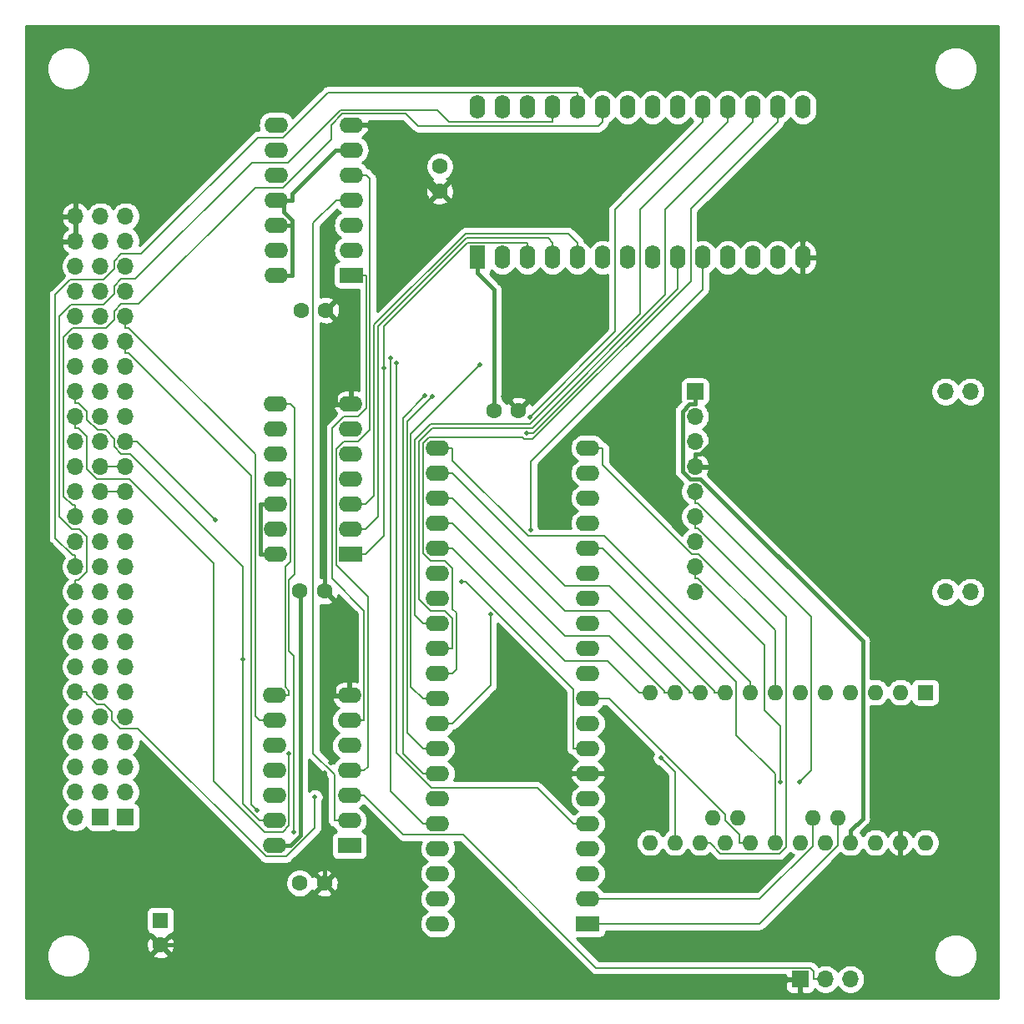
<source format=gbl>
G04 #@! TF.GenerationSoftware,KiCad,Pcbnew,(5.1.9)-1*
G04 #@! TF.CreationDate,2022-06-24T16:27:56+09:00*
G04 #@! TF.ProjectId,PC-8001_SD,50432d38-3030-4315-9f53-442e6b696361,rev?*
G04 #@! TF.SameCoordinates,PX53920b0PY93c3260*
G04 #@! TF.FileFunction,Copper,L2,Bot*
G04 #@! TF.FilePolarity,Positive*
%FSLAX46Y46*%
G04 Gerber Fmt 4.6, Leading zero omitted, Abs format (unit mm)*
G04 Created by KiCad (PCBNEW (5.1.9)-1) date 2022-06-24 16:27:56*
%MOMM*%
%LPD*%
G01*
G04 APERTURE LIST*
G04 #@! TA.AperFunction,ComponentPad*
%ADD10R,1.700000X1.700000*%
G04 #@! TD*
G04 #@! TA.AperFunction,ComponentPad*
%ADD11O,1.700000X1.700000*%
G04 #@! TD*
G04 #@! TA.AperFunction,ComponentPad*
%ADD12C,1.600000*%
G04 #@! TD*
G04 #@! TA.AperFunction,ComponentPad*
%ADD13R,1.600000X2.400000*%
G04 #@! TD*
G04 #@! TA.AperFunction,ComponentPad*
%ADD14O,1.600000X2.400000*%
G04 #@! TD*
G04 #@! TA.AperFunction,ComponentPad*
%ADD15R,2.400000X1.600000*%
G04 #@! TD*
G04 #@! TA.AperFunction,ComponentPad*
%ADD16O,2.400000X1.600000*%
G04 #@! TD*
G04 #@! TA.AperFunction,ComponentPad*
%ADD17R,1.600000X1.600000*%
G04 #@! TD*
G04 #@! TA.AperFunction,ComponentPad*
%ADD18O,1.600000X1.600000*%
G04 #@! TD*
G04 #@! TA.AperFunction,ViaPad*
%ADD19C,0.500000*%
G04 #@! TD*
G04 #@! TA.AperFunction,Conductor*
%ADD20C,0.400000*%
G04 #@! TD*
G04 #@! TA.AperFunction,Conductor*
%ADD21C,0.200000*%
G04 #@! TD*
G04 #@! TA.AperFunction,Conductor*
%ADD22C,0.254000*%
G04 #@! TD*
G04 #@! TA.AperFunction,Conductor*
%ADD23C,0.100000*%
G04 #@! TD*
G04 APERTURE END LIST*
D10*
X68580000Y62230000D03*
D11*
X68580000Y59690000D03*
X68580000Y57150000D03*
X68580000Y54610000D03*
X68580000Y52070000D03*
X68580000Y49530000D03*
X68580000Y46990000D03*
X68580000Y44450000D03*
X68580000Y41910000D03*
X96520000Y41910000D03*
X93980000Y41910000D03*
X96520000Y62230000D03*
X93980000Y62230000D03*
D12*
X48170000Y60300000D03*
X50670000Y60300000D03*
D13*
X46480000Y75835000D03*
D14*
X79500000Y91075000D03*
X49020000Y75835000D03*
X76960000Y91075000D03*
X51560000Y75835000D03*
X74420000Y91075000D03*
X54100000Y75835000D03*
X71880000Y91075000D03*
X56640000Y75835000D03*
X69340000Y91075000D03*
X59180000Y75835000D03*
X66800000Y91075000D03*
X61720000Y75835000D03*
X64260000Y91075000D03*
X64260000Y75835000D03*
X61720000Y91075000D03*
X66800000Y75835000D03*
X59180000Y91075000D03*
X69340000Y75835000D03*
X56640000Y91075000D03*
X71880000Y75835000D03*
X54100000Y91075000D03*
X74420000Y75835000D03*
X51560000Y91075000D03*
X76960000Y75835000D03*
X49020000Y91075000D03*
X79500000Y75835000D03*
X46480000Y91075000D03*
D15*
X57695000Y8230000D03*
D16*
X42455000Y56490000D03*
X57695000Y10770000D03*
X42455000Y53950000D03*
X57695000Y13310000D03*
X42455000Y51410000D03*
X57695000Y15850000D03*
X42455000Y48870000D03*
X57695000Y18390000D03*
X42455000Y46330000D03*
X57695000Y20930000D03*
X42455000Y43790000D03*
X57695000Y23470000D03*
X42455000Y41250000D03*
X57695000Y26010000D03*
X42455000Y38710000D03*
X57695000Y28550000D03*
X42455000Y36170000D03*
X57695000Y31090000D03*
X42455000Y33630000D03*
X57695000Y33630000D03*
X42455000Y31090000D03*
X57695000Y36170000D03*
X42455000Y28550000D03*
X57695000Y38710000D03*
X42455000Y26010000D03*
X57695000Y41250000D03*
X42455000Y23470000D03*
X57695000Y43790000D03*
X42455000Y20930000D03*
X57695000Y46330000D03*
X42455000Y18390000D03*
X57695000Y48870000D03*
X42455000Y15850000D03*
X57695000Y51410000D03*
X42455000Y13310000D03*
X57695000Y53950000D03*
X42455000Y10770000D03*
X57695000Y56490000D03*
X42455000Y8230000D03*
D12*
X42670000Y85060000D03*
X42670000Y82560000D03*
D17*
X14335000Y8570000D03*
D12*
X14335000Y6070000D03*
D17*
X91935000Y31710000D03*
D18*
X89395000Y31710000D03*
X86855000Y31710000D03*
X63995000Y16470000D03*
X84315000Y31710000D03*
X66535000Y16470000D03*
X81775000Y31710000D03*
X69075000Y16470000D03*
X79235000Y31710000D03*
X71615000Y16470000D03*
X76695000Y31710000D03*
X74155000Y16470000D03*
X74155000Y31710000D03*
X76695000Y16470000D03*
X71615000Y31710000D03*
X79235000Y16470000D03*
X69075000Y31710000D03*
X81775000Y16470000D03*
X66535000Y31710000D03*
X84315000Y16470000D03*
X63995000Y31710000D03*
X86855000Y16470000D03*
X89395000Y16470000D03*
X91935000Y16470000D03*
X83045000Y19010000D03*
X80505000Y19010000D03*
X72885000Y19010000D03*
X70345000Y19010000D03*
D12*
X30965000Y12345000D03*
X28465000Y12345000D03*
X28488000Y41974000D03*
X30988000Y41974000D03*
X31115000Y70485000D03*
X28615000Y70485000D03*
D16*
X25885000Y16155000D03*
X33505000Y31395000D03*
X25885000Y18695000D03*
X33505000Y28855000D03*
X25885000Y21235000D03*
X33505000Y26315000D03*
X25885000Y23775000D03*
X33505000Y23775000D03*
X25885000Y26315000D03*
X33505000Y21235000D03*
X25885000Y28855000D03*
X33505000Y18695000D03*
X25885000Y31395000D03*
D15*
X33505000Y16155000D03*
X33700000Y74045000D03*
D16*
X26080000Y89285000D03*
X33700000Y76585000D03*
X26080000Y86745000D03*
X33700000Y79125000D03*
X26080000Y84205000D03*
X33700000Y81665000D03*
X26080000Y81665000D03*
X33700000Y84205000D03*
X26080000Y79125000D03*
X33700000Y86745000D03*
X26080000Y76585000D03*
X33700000Y89285000D03*
X26080000Y74045000D03*
D10*
X8255000Y19050000D03*
D11*
X5715000Y19050000D03*
X8255000Y21590000D03*
X5715000Y21590000D03*
X8255000Y24130000D03*
X5715000Y24130000D03*
X8255000Y26670000D03*
X5715000Y26670000D03*
X8255000Y29210000D03*
X5715000Y29210000D03*
X8255000Y31750000D03*
X5715000Y31750000D03*
X8255000Y34290000D03*
X5715000Y34290000D03*
X8255000Y36830000D03*
X5715000Y36830000D03*
X8255000Y39370000D03*
X5715000Y39370000D03*
X8255000Y41910000D03*
X5715000Y41910000D03*
X8255000Y44450000D03*
X5715000Y44450000D03*
X8255000Y46990000D03*
X5715000Y46990000D03*
X8255000Y49530000D03*
X5715000Y49530000D03*
X8255000Y52070000D03*
X5715000Y52070000D03*
X8255000Y54610000D03*
X5715000Y54610000D03*
X8255000Y57150000D03*
X5715000Y57150000D03*
X8255000Y59690000D03*
X5715000Y59690000D03*
X8255000Y62230000D03*
X5715000Y62230000D03*
X8255000Y64770000D03*
X5715000Y64770000D03*
X8255000Y67310000D03*
X5715000Y67310000D03*
X8255000Y69850000D03*
X5715000Y69850000D03*
X8255000Y72390000D03*
X5715000Y72390000D03*
X8255000Y74930000D03*
X5715000Y74930000D03*
X8255000Y77470000D03*
X5715000Y77470000D03*
X8255000Y80010000D03*
X5715000Y80010000D03*
D10*
X10795000Y19050000D03*
D11*
X10795000Y21590000D03*
X10795000Y24130000D03*
X10795000Y26670000D03*
X10795000Y29210000D03*
X10795000Y31750000D03*
X10795000Y34290000D03*
X10795000Y36830000D03*
X10795000Y39370000D03*
X10795000Y41910000D03*
X10795000Y44450000D03*
X10795000Y46990000D03*
X10795000Y49530000D03*
X10795000Y52070000D03*
X10795000Y54610000D03*
X10795000Y57150000D03*
X10795000Y59690000D03*
X10795000Y62230000D03*
X10795000Y64770000D03*
X10795000Y67310000D03*
X10795000Y69850000D03*
X10795000Y72390000D03*
X10795000Y74930000D03*
X10795000Y77470000D03*
X10795000Y80010000D03*
D10*
X79248000Y2604000D03*
D11*
X81788000Y2604000D03*
X84328000Y2604000D03*
D15*
X33655000Y45720000D03*
D16*
X26035000Y60960000D03*
X33655000Y48260000D03*
X26035000Y58420000D03*
X33655000Y50800000D03*
X26035000Y55880000D03*
X33655000Y53340000D03*
X26035000Y53340000D03*
X33655000Y55880000D03*
X26035000Y50800000D03*
X33655000Y58420000D03*
X26035000Y48260000D03*
X33655000Y60960000D03*
X26035000Y45720000D03*
D19*
X31574000Y24557700D03*
X49079500Y61691900D03*
X30965000Y23585700D03*
X79146400Y22583000D03*
X65105000Y25035600D03*
X77247500Y22583000D03*
X41177000Y61773200D03*
X41915100Y61717200D03*
X47806800Y39632500D03*
X46750100Y64942300D03*
X29996500Y21055400D03*
X51781400Y59640700D03*
X51901900Y48148600D03*
X51452500Y57991000D03*
X44880200Y42943400D03*
X19919300Y49176000D03*
X37041400Y64648700D03*
X27328700Y25486800D03*
X38249600Y65129000D03*
X22662300Y35093000D03*
X37687100Y65651900D03*
X24148900Y19728900D03*
X27903700Y17508300D03*
D20*
X84315000Y16470000D02*
X84315000Y17670300D01*
X68580000Y62230000D02*
X68580000Y60979700D01*
X68580000Y60979700D02*
X68033000Y60979700D01*
X68033000Y60979700D02*
X67281200Y60227900D01*
X67281200Y60227900D02*
X67281200Y54120100D01*
X67281200Y54120100D02*
X68061300Y53340000D01*
X68061300Y53340000D02*
X69112700Y53340000D01*
X69112700Y53340000D02*
X85570900Y36881800D01*
X85570900Y36881800D02*
X85570900Y18926200D01*
X85570900Y18926200D02*
X84315000Y17670300D01*
X46480000Y75835000D02*
X46480000Y74234700D01*
X48170000Y60300000D02*
X48170000Y72544700D01*
X48170000Y72544700D02*
X46480000Y74234700D01*
X26080000Y74045000D02*
X27680300Y74045000D01*
X27485300Y16155000D02*
X28554200Y17223900D01*
X28554200Y17223900D02*
X28554200Y41907800D01*
X28554200Y41907800D02*
X28488000Y41974000D01*
X25885000Y16155000D02*
X27485300Y16155000D01*
X27680300Y74045000D02*
X27680300Y79125000D01*
X26080000Y79125000D02*
X27680300Y79125000D01*
X26880200Y81665000D02*
X26880200Y80422200D01*
X26880200Y80422200D02*
X26880300Y80422200D01*
X26880300Y80422200D02*
X27680300Y79622200D01*
X27680300Y79622200D02*
X27680300Y79125000D01*
X26880200Y81665000D02*
X27680300Y81665000D01*
X26080000Y81665000D02*
X26880200Y81665000D01*
X33700000Y86745000D02*
X32099700Y86745000D01*
X32099700Y86745000D02*
X27680300Y82325600D01*
X27680300Y82325600D02*
X27680300Y81665000D01*
X26035000Y50800000D02*
X24434700Y50800000D01*
X26035000Y45720000D02*
X24434700Y45720000D01*
X24434700Y45720000D02*
X24434700Y50800000D01*
X5715000Y80010000D02*
X5715000Y77470000D01*
X30988000Y41974000D02*
X30988000Y59893300D01*
X30988000Y59893300D02*
X32054700Y60960000D01*
X31904700Y31395000D02*
X31904700Y41057300D01*
X31904700Y41057300D02*
X30988000Y41974000D01*
X33655000Y60960000D02*
X32054700Y60960000D01*
X32054700Y60960000D02*
X32054700Y69545300D01*
X32054700Y69545300D02*
X31115000Y70485000D01*
X31904700Y31395000D02*
X31574000Y31064300D01*
X31574000Y31064300D02*
X31574000Y24557700D01*
X33505000Y31395000D02*
X31904700Y31395000D01*
X30965000Y23585700D02*
X30965000Y12345000D01*
X33700000Y89285000D02*
X35300300Y89285000D01*
X35300300Y89285000D02*
X42025300Y82560000D01*
X42025300Y82560000D02*
X42670000Y82560000D01*
X30965000Y12345000D02*
X24690000Y6070000D01*
X24690000Y6070000D02*
X14335000Y6070000D01*
X49079500Y61691900D02*
X49278100Y61691900D01*
X49278100Y61691900D02*
X50670000Y60300000D01*
X68580000Y54610000D02*
X68580000Y55860300D01*
X79500000Y75835000D02*
X79500000Y66262200D01*
X79500000Y66262200D02*
X69098100Y55860300D01*
X69098100Y55860300D02*
X68580000Y55860300D01*
D21*
X68580000Y52070000D02*
X68580000Y50919700D01*
X79146400Y22583000D02*
X80350900Y23787500D01*
X80350900Y23787500D02*
X80350900Y39387100D01*
X80350900Y39387100D02*
X68818300Y50919700D01*
X68818300Y50919700D02*
X68580000Y50919700D01*
X68580000Y49530000D02*
X68580000Y48379700D01*
X69075000Y16470000D02*
X70175300Y16470000D01*
X70175300Y16470000D02*
X70175300Y16332500D01*
X70175300Y16332500D02*
X71138200Y15369600D01*
X71138200Y15369600D02*
X77157900Y15369600D01*
X77157900Y15369600D02*
X77808100Y16019800D01*
X77808100Y16019800D02*
X77808100Y39389900D01*
X77808100Y39389900D02*
X68818300Y48379700D01*
X68818300Y48379700D02*
X68580000Y48379700D01*
X66535000Y16470000D02*
X66535000Y23605600D01*
X66535000Y23605600D02*
X65105000Y25035600D01*
X68580000Y44450000D02*
X68580000Y43299700D01*
X77247500Y22583000D02*
X77247500Y28273800D01*
X77247500Y28273800D02*
X75594600Y29926700D01*
X75594600Y29926700D02*
X75594600Y36523400D01*
X75594600Y36523400D02*
X68818300Y43299700D01*
X68818300Y43299700D02*
X68580000Y43299700D01*
X32199700Y81665000D02*
X29842100Y79307400D01*
X29842100Y79307400D02*
X29842100Y25511400D01*
X29842100Y25511400D02*
X32004700Y23348800D01*
X32004700Y23348800D02*
X32004700Y18695000D01*
X33505000Y18695000D02*
X32004700Y18695000D01*
X33700000Y81665000D02*
X32199700Y81665000D01*
X35200300Y74045000D02*
X35200300Y60502200D01*
X35200300Y60502200D02*
X34388100Y59690000D01*
X34388100Y59690000D02*
X32946900Y59690000D01*
X32946900Y59690000D02*
X31734700Y58477800D01*
X31734700Y58477800D02*
X31734700Y43262700D01*
X31734700Y43262700D02*
X35005300Y39992100D01*
X35005300Y39992100D02*
X35005300Y28855000D01*
X33505000Y28855000D02*
X35005300Y28855000D01*
X33700000Y74045000D02*
X35200300Y74045000D01*
X40954700Y23470000D02*
X38952300Y25472400D01*
X38952300Y25472400D02*
X38952300Y59548500D01*
X38952300Y59548500D02*
X41177000Y61773200D01*
X42455000Y23470000D02*
X40954700Y23470000D01*
X41915100Y61717200D02*
X39352600Y59154700D01*
X39352600Y59154700D02*
X39352600Y27612100D01*
X39352600Y27612100D02*
X40954700Y26010000D01*
X42455000Y26010000D02*
X40954700Y26010000D01*
X43955300Y28550000D02*
X47806800Y32401500D01*
X47806800Y32401500D02*
X47806800Y39632500D01*
X42455000Y28550000D02*
X43955300Y28550000D01*
X46750100Y64942300D02*
X39752900Y57945100D01*
X39752900Y57945100D02*
X39752900Y32291800D01*
X39752900Y32291800D02*
X40954700Y31090000D01*
X42455000Y31090000D02*
X40954700Y31090000D01*
X43955300Y33630000D02*
X44355600Y34030300D01*
X44355600Y34030300D02*
X44355600Y39776100D01*
X44355600Y39776100D02*
X43955300Y40176400D01*
X43955300Y40176400D02*
X43955300Y44260300D01*
X43955300Y44260300D02*
X43155600Y45060000D01*
X43155600Y45060000D02*
X41737000Y45060000D01*
X41737000Y45060000D02*
X40954700Y45842300D01*
X40954700Y45842300D02*
X40954700Y56953800D01*
X40954700Y56953800D02*
X41591200Y57590300D01*
X41591200Y57590300D02*
X51075000Y57590300D01*
X51075000Y57590300D02*
X51248900Y57416400D01*
X51248900Y57416400D02*
X52113400Y57416400D01*
X52113400Y57416400D02*
X68140800Y73443800D01*
X68140800Y73443800D02*
X68140800Y80755500D01*
X68140800Y80755500D02*
X76960000Y89574700D01*
X76960000Y91075000D02*
X76960000Y89574700D01*
X42455000Y33630000D02*
X43955300Y33630000D01*
X5715000Y31750000D02*
X6865300Y31750000D01*
X29996500Y21055400D02*
X29996500Y17950600D01*
X29996500Y17950600D02*
X27091200Y15045300D01*
X27091200Y15045300D02*
X25033500Y15045300D01*
X25033500Y15045300D02*
X12019200Y28059600D01*
X12019200Y28059600D02*
X10256900Y28059600D01*
X10256900Y28059600D02*
X9405400Y28911100D01*
X9405400Y28911100D02*
X9405400Y29748100D01*
X9405400Y29748100D02*
X8673500Y30480000D01*
X8673500Y30480000D02*
X7896900Y30480000D01*
X7896900Y30480000D02*
X6865300Y31511600D01*
X6865300Y31511600D02*
X6865300Y31750000D01*
X33505000Y21235000D02*
X35005300Y21235000D01*
X81788000Y2604000D02*
X80637700Y2604000D01*
X80637700Y2604000D02*
X80637700Y3394900D01*
X80637700Y3394900D02*
X80278300Y3754300D01*
X80278300Y3754300D02*
X58523400Y3754300D01*
X58523400Y3754300D02*
X45022300Y17255400D01*
X45022300Y17255400D02*
X38984900Y17255400D01*
X38984900Y17255400D02*
X35005300Y21235000D01*
X74420000Y89574700D02*
X65530000Y80684700D01*
X65530000Y80684700D02*
X65530000Y72030400D01*
X65530000Y72030400D02*
X52040900Y58541300D01*
X52040900Y58541300D02*
X41951600Y58541300D01*
X41951600Y58541300D02*
X40553500Y57143200D01*
X40553500Y57143200D02*
X40553500Y41195400D01*
X40553500Y41195400D02*
X41768900Y39980000D01*
X41768900Y39980000D02*
X43184000Y39980000D01*
X43184000Y39980000D02*
X43955300Y39208700D01*
X43955300Y39208700D02*
X43955300Y36170000D01*
X42455000Y36170000D02*
X43955300Y36170000D01*
X74420000Y91075000D02*
X74420000Y89574700D01*
X71880000Y89574700D02*
X62990000Y80684700D01*
X62990000Y80684700D02*
X62990000Y70069700D01*
X62990000Y70069700D02*
X51861900Y58941600D01*
X51861900Y58941600D02*
X41785800Y58941600D01*
X41785800Y58941600D02*
X40153200Y57309000D01*
X40153200Y57309000D02*
X40153200Y39511500D01*
X40153200Y39511500D02*
X40954700Y38710000D01*
X71880000Y91075000D02*
X71880000Y89574700D01*
X42455000Y38710000D02*
X40954700Y38710000D01*
X51781400Y59640700D02*
X60450000Y68309300D01*
X60450000Y68309300D02*
X60450000Y80684700D01*
X60450000Y80684700D02*
X69340000Y89574700D01*
X69340000Y91075000D02*
X69340000Y89574700D01*
X69340000Y75835000D02*
X69340000Y72598100D01*
X69340000Y72598100D02*
X51901900Y55160000D01*
X51901900Y55160000D02*
X51901900Y48148600D01*
X54100000Y89574700D02*
X43619300Y89574700D01*
X43619300Y89574700D02*
X42388900Y90805100D01*
X42388900Y90805100D02*
X32583200Y90805100D01*
X32583200Y90805100D02*
X27253100Y85475000D01*
X27253100Y85475000D02*
X23613100Y85475000D01*
X23613100Y85475000D02*
X11798100Y73660000D01*
X11798100Y73660000D02*
X10376500Y73660000D01*
X10376500Y73660000D02*
X9644600Y72928100D01*
X9644600Y72928100D02*
X9644600Y72115400D01*
X9644600Y72115400D02*
X8529600Y71000400D01*
X8529600Y71000400D02*
X5226600Y71000400D01*
X5226600Y71000400D02*
X4098700Y69872500D01*
X4098700Y69872500D02*
X4098700Y49510300D01*
X4098700Y49510300D02*
X5349000Y48260000D01*
X5349000Y48260000D02*
X6133500Y48260000D01*
X6133500Y48260000D02*
X6865400Y47528100D01*
X6865400Y47528100D02*
X6865400Y43923100D01*
X6865400Y43923100D02*
X6002600Y43060300D01*
X6002600Y43060300D02*
X5715000Y43060300D01*
X54100000Y91075000D02*
X54100000Y89574700D01*
X5715000Y41910000D02*
X5715000Y43060300D01*
X66800000Y75835000D02*
X66800000Y74334700D01*
X51452500Y57991000D02*
X52121900Y57991000D01*
X52121900Y57991000D02*
X66800000Y72669100D01*
X66800000Y72669100D02*
X66800000Y74334700D01*
X57695000Y26010000D02*
X56194700Y26010000D01*
X44880200Y42943400D02*
X45300600Y42943400D01*
X45300600Y42943400D02*
X56194700Y32049300D01*
X56194700Y32049300D02*
X56194700Y26010000D01*
X56640000Y91075000D02*
X56640000Y92575300D01*
X5715000Y44450000D02*
X5715000Y45600300D01*
X5715000Y45600300D02*
X5427400Y45600300D01*
X5427400Y45600300D02*
X3680200Y47347500D01*
X3680200Y47347500D02*
X3680200Y72021200D01*
X3680200Y72021200D02*
X5199400Y73540400D01*
X5199400Y73540400D02*
X8529600Y73540400D01*
X8529600Y73540400D02*
X9644600Y74655400D01*
X9644600Y74655400D02*
X9644600Y75468100D01*
X9644600Y75468100D02*
X10376500Y76200000D01*
X10376500Y76200000D02*
X12391700Y76200000D01*
X12391700Y76200000D02*
X24206700Y88015000D01*
X24206700Y88015000D02*
X26796500Y88015000D01*
X26796500Y88015000D02*
X31356800Y92575300D01*
X31356800Y92575300D02*
X56640000Y92575300D01*
X59180000Y91075000D02*
X59180000Y89574700D01*
X5715000Y49530000D02*
X5715000Y50680300D01*
X5715000Y50680300D02*
X5427400Y50680300D01*
X5427400Y50680300D02*
X4533800Y51573900D01*
X4533800Y51573900D02*
X4533800Y67773000D01*
X4533800Y67773000D02*
X5460400Y68699600D01*
X5460400Y68699600D02*
X8793100Y68699600D01*
X8793100Y68699600D02*
X9644600Y69551100D01*
X9644600Y69551100D02*
X9644600Y70388100D01*
X9644600Y70388100D02*
X10376500Y71120000D01*
X10376500Y71120000D02*
X12154600Y71120000D01*
X12154600Y71120000D02*
X23969600Y82935000D01*
X23969600Y82935000D02*
X26766300Y82935000D01*
X26766300Y82935000D02*
X31652900Y87821600D01*
X31652900Y87821600D02*
X31652900Y89282200D01*
X31652900Y89282200D02*
X32775500Y90404800D01*
X32775500Y90404800D02*
X39210400Y90404800D01*
X39210400Y90404800D02*
X40468700Y89146500D01*
X40468700Y89146500D02*
X58751800Y89146500D01*
X58751800Y89146500D02*
X59180000Y89574700D01*
X10795000Y52070000D02*
X8255000Y52070000D01*
X56640000Y77335300D02*
X55739300Y78236000D01*
X55739300Y78236000D02*
X45263100Y78236000D01*
X45263100Y78236000D02*
X36022600Y68995500D01*
X36022600Y68995500D02*
X36022600Y51667300D01*
X36022600Y51667300D02*
X35155300Y50800000D01*
X33655000Y50800000D02*
X35155300Y50800000D01*
X56640000Y75835000D02*
X56640000Y77335300D01*
X10795000Y54610000D02*
X8255000Y54610000D01*
X54100000Y75835000D02*
X54100000Y77335300D01*
X33655000Y48260000D02*
X35155300Y48260000D01*
X35155300Y48260000D02*
X36423000Y49527700D01*
X36423000Y49527700D02*
X36423000Y68829600D01*
X36423000Y68829600D02*
X45379100Y77785700D01*
X45379100Y77785700D02*
X53649600Y77785700D01*
X53649600Y77785700D02*
X54100000Y77335300D01*
X19919300Y49176000D02*
X11945300Y57150000D01*
X10795000Y57150000D02*
X11945300Y57150000D01*
X37041400Y64648700D02*
X37041400Y68881700D01*
X37041400Y68881700D02*
X45495000Y77335300D01*
X45495000Y77335300D02*
X51560000Y77335300D01*
X35155300Y45720000D02*
X37041400Y47606100D01*
X37041400Y47606100D02*
X37041400Y64648700D01*
X51560000Y75835000D02*
X51560000Y77335300D01*
X33655000Y45720000D02*
X35155300Y45720000D01*
X5715000Y58539700D02*
X6002700Y58539700D01*
X6002700Y58539700D02*
X6865300Y57677100D01*
X6865300Y57677100D02*
X6865300Y54330000D01*
X6865300Y54330000D02*
X7855300Y53340000D01*
X7855300Y53340000D02*
X11191900Y53340000D01*
X11191900Y53340000D02*
X19739600Y44792300D01*
X19739600Y44792300D02*
X19739600Y22704300D01*
X19739600Y22704300D02*
X24902000Y17541900D01*
X24902000Y17541900D02*
X26736500Y17541900D01*
X26736500Y17541900D02*
X27385400Y18190800D01*
X27385400Y18190800D02*
X27385400Y25430100D01*
X27385400Y25430100D02*
X27328700Y25486800D01*
X5715000Y59690000D02*
X5715000Y58539700D01*
X56194700Y18390000D02*
X52554300Y22030400D01*
X52554300Y22030400D02*
X41828200Y22030400D01*
X41828200Y22030400D02*
X38249600Y25609000D01*
X38249600Y25609000D02*
X38249600Y65129000D01*
X57695000Y18390000D02*
X56194700Y18390000D01*
X22662300Y35093000D02*
X22662300Y20417400D01*
X22662300Y20417400D02*
X24384700Y18695000D01*
X5715000Y61079700D02*
X6002700Y61079700D01*
X6002700Y61079700D02*
X6865300Y60217100D01*
X6865300Y60217100D02*
X6865300Y59391200D01*
X6865300Y59391200D02*
X7956100Y58300400D01*
X7956100Y58300400D02*
X8793100Y58300400D01*
X8793100Y58300400D02*
X9644600Y57448900D01*
X9644600Y57448900D02*
X9644600Y56611900D01*
X9644600Y56611900D02*
X10376500Y55880000D01*
X10376500Y55880000D02*
X11225100Y55880000D01*
X11225100Y55880000D02*
X22662300Y44442800D01*
X22662300Y44442800D02*
X22662300Y35093000D01*
X25885000Y18695000D02*
X24384700Y18695000D01*
X5715000Y62230000D02*
X5715000Y61079700D01*
X40954700Y18390000D02*
X37687100Y21657600D01*
X37687100Y21657600D02*
X37687100Y65651900D01*
X42455000Y18390000D02*
X40954700Y18390000D01*
X10795000Y66159700D02*
X11082600Y66159700D01*
X11082600Y66159700D02*
X23528600Y53713700D01*
X23528600Y53713700D02*
X23528600Y20349200D01*
X23528600Y20349200D02*
X24148900Y19728900D01*
X10795000Y67310000D02*
X10795000Y66159700D01*
X25885000Y28855000D02*
X24384700Y28855000D01*
X10795000Y69850000D02*
X10795000Y68699700D01*
X10795000Y68699700D02*
X11082600Y68699700D01*
X11082600Y68699700D02*
X23929000Y55853300D01*
X23929000Y55853300D02*
X23929000Y29310700D01*
X23929000Y29310700D02*
X24384700Y28855000D01*
X33505000Y23775000D02*
X35005300Y23775000D01*
X33700000Y84205000D02*
X35200300Y84205000D01*
X35200300Y84205000D02*
X35600700Y83804600D01*
X35600700Y83804600D02*
X35600700Y58365900D01*
X35600700Y58365900D02*
X34384800Y57150000D01*
X34384800Y57150000D02*
X32947300Y57150000D01*
X32947300Y57150000D02*
X32154600Y56357300D01*
X32154600Y56357300D02*
X32154600Y44619600D01*
X32154600Y44619600D02*
X35406300Y41367900D01*
X35406300Y41367900D02*
X35406300Y24176000D01*
X35406300Y24176000D02*
X35005300Y23775000D01*
X27535300Y53340000D02*
X27535300Y44990500D01*
X27535300Y44990500D02*
X26983700Y44438900D01*
X26983700Y44438900D02*
X26983700Y32252400D01*
X26983700Y32252400D02*
X27385300Y31850800D01*
X27385300Y31850800D02*
X27385300Y31395000D01*
X25885000Y31395000D02*
X27385300Y31395000D01*
X26035000Y53340000D02*
X27535300Y53340000D01*
X27535300Y60960000D02*
X27935600Y60559700D01*
X27935600Y60559700D02*
X27935600Y43692400D01*
X27935600Y43692400D02*
X27385200Y43142000D01*
X27385200Y43142000D02*
X27385200Y35899500D01*
X27385200Y35899500D02*
X27903700Y35381000D01*
X27903700Y35381000D02*
X27903700Y17508300D01*
X26035000Y60960000D02*
X27535300Y60960000D01*
X83045000Y19010000D02*
X83045000Y16164000D01*
X83045000Y16164000D02*
X75111000Y8230000D01*
X75111000Y8230000D02*
X57695000Y8230000D01*
X42455000Y56490000D02*
X43955300Y56490000D01*
X74155000Y31710000D02*
X74155000Y32810300D01*
X74155000Y32810300D02*
X59384900Y47580400D01*
X59384900Y47580400D02*
X51625700Y47580400D01*
X51625700Y47580400D02*
X43955300Y55250800D01*
X43955300Y55250800D02*
X43955300Y56490000D01*
X80505000Y19010000D02*
X80505000Y16135300D01*
X80505000Y16135300D02*
X75139700Y10770000D01*
X75139700Y10770000D02*
X57695000Y10770000D01*
X43955300Y53950000D02*
X55385300Y42520000D01*
X55385300Y42520000D02*
X59842200Y42520000D01*
X59842200Y42520000D02*
X70514700Y31847500D01*
X70514700Y31847500D02*
X70514700Y31710000D01*
X42455000Y53950000D02*
X43955300Y53950000D01*
X71615000Y31710000D02*
X70514700Y31710000D01*
X42455000Y51410000D02*
X43955300Y51410000D01*
X69075000Y31710000D02*
X67974700Y31710000D01*
X67974700Y31710000D02*
X67974700Y31847500D01*
X67974700Y31847500D02*
X59842200Y39980000D01*
X59842200Y39980000D02*
X55385300Y39980000D01*
X55385300Y39980000D02*
X43955300Y51410000D01*
X42455000Y48870000D02*
X43955300Y48870000D01*
X66535000Y31710000D02*
X65434700Y31710000D01*
X65434700Y31710000D02*
X65434700Y31847500D01*
X65434700Y31847500D02*
X59842200Y37440000D01*
X59842200Y37440000D02*
X55385300Y37440000D01*
X55385300Y37440000D02*
X43955300Y48870000D01*
X62894700Y31710000D02*
X59704700Y34900000D01*
X59704700Y34900000D02*
X55385300Y34900000D01*
X55385300Y34900000D02*
X43955300Y46330000D01*
X42455000Y46330000D02*
X43955300Y46330000D01*
X63995000Y31710000D02*
X62894700Y31710000D01*
X74155000Y16470000D02*
X73054700Y16470000D01*
X73054700Y16470000D02*
X73054700Y17252700D01*
X73054700Y17252700D02*
X71615000Y18692400D01*
X71615000Y18692400D02*
X71615000Y19304500D01*
X71615000Y19304500D02*
X59829500Y31090000D01*
X59829500Y31090000D02*
X57695000Y31090000D01*
X59195300Y46330000D02*
X72761600Y32763700D01*
X72761600Y32763700D02*
X72761600Y27368100D01*
X72761600Y27368100D02*
X76695000Y23434700D01*
X76695000Y23434700D02*
X76695000Y16470000D01*
X57695000Y46330000D02*
X59195300Y46330000D01*
X59195300Y56490000D02*
X59195300Y54745200D01*
X59195300Y54745200D02*
X68220500Y45720000D01*
X68220500Y45720000D02*
X68962800Y45720000D01*
X68962800Y45720000D02*
X76695000Y37987800D01*
X76695000Y37987800D02*
X76695000Y32810300D01*
X76695000Y31710000D02*
X76695000Y32810300D01*
X57695000Y56490000D02*
X59195300Y56490000D01*
D22*
X99340000Y660000D02*
X660000Y660000D01*
X660000Y1754000D01*
X77759928Y1754000D01*
X77772188Y1629518D01*
X77808498Y1509820D01*
X77867463Y1399506D01*
X77946815Y1302815D01*
X78043506Y1223463D01*
X78153820Y1164498D01*
X78273518Y1128188D01*
X78398000Y1115928D01*
X78962250Y1119000D01*
X79121000Y1277750D01*
X79121000Y2477000D01*
X77921750Y2477000D01*
X77763000Y2318250D01*
X77759928Y1754000D01*
X660000Y1754000D01*
X660000Y5220128D01*
X2765000Y5220128D01*
X2765000Y4779872D01*
X2850890Y4348075D01*
X3019369Y3941331D01*
X3263962Y3575271D01*
X3575271Y3263962D01*
X3941331Y3019369D01*
X4348075Y2850890D01*
X4779872Y2765000D01*
X5220128Y2765000D01*
X5651925Y2850890D01*
X6058669Y3019369D01*
X6424729Y3263962D01*
X6736038Y3575271D01*
X6980631Y3941331D01*
X7149110Y4348075D01*
X7235000Y4779872D01*
X7235000Y5077298D01*
X13521903Y5077298D01*
X13593486Y4833329D01*
X13848996Y4712429D01*
X14123184Y4643700D01*
X14405512Y4629783D01*
X14685130Y4671213D01*
X14951292Y4766397D01*
X15076514Y4833329D01*
X15148097Y5077298D01*
X14335000Y5890395D01*
X13521903Y5077298D01*
X7235000Y5077298D01*
X7235000Y5220128D01*
X7149110Y5651925D01*
X7005145Y5999488D01*
X12894783Y5999488D01*
X12936213Y5719870D01*
X13031397Y5453708D01*
X13098329Y5328486D01*
X13342298Y5256903D01*
X14155395Y6070000D01*
X14514605Y6070000D01*
X15327702Y5256903D01*
X15571671Y5328486D01*
X15692571Y5583996D01*
X15761300Y5858184D01*
X15775217Y6140512D01*
X15733787Y6420130D01*
X15638603Y6686292D01*
X15571671Y6811514D01*
X15327702Y6883097D01*
X14514605Y6070000D01*
X14155395Y6070000D01*
X13342298Y6883097D01*
X13098329Y6811514D01*
X12977429Y6556004D01*
X12908700Y6281816D01*
X12894783Y5999488D01*
X7005145Y5999488D01*
X6980631Y6058669D01*
X6736038Y6424729D01*
X6424729Y6736038D01*
X6058669Y6980631D01*
X5651925Y7149110D01*
X5220128Y7235000D01*
X4779872Y7235000D01*
X4348075Y7149110D01*
X3941331Y6980631D01*
X3575271Y6736038D01*
X3263962Y6424729D01*
X3019369Y6058669D01*
X2850890Y5651925D01*
X2765000Y5220128D01*
X660000Y5220128D01*
X660000Y9370000D01*
X12896928Y9370000D01*
X12896928Y7770000D01*
X12909188Y7645518D01*
X12945498Y7525820D01*
X13004463Y7415506D01*
X13083815Y7318815D01*
X13180506Y7239463D01*
X13290820Y7180498D01*
X13410518Y7144188D01*
X13535000Y7131928D01*
X13542215Y7131928D01*
X13521903Y7062702D01*
X14335000Y6249605D01*
X15148097Y7062702D01*
X15127785Y7131928D01*
X15135000Y7131928D01*
X15259482Y7144188D01*
X15379180Y7180498D01*
X15489494Y7239463D01*
X15586185Y7318815D01*
X15665537Y7415506D01*
X15724502Y7525820D01*
X15760812Y7645518D01*
X15773072Y7770000D01*
X15773072Y9370000D01*
X15760812Y9494482D01*
X15724502Y9614180D01*
X15665537Y9724494D01*
X15586185Y9821185D01*
X15489494Y9900537D01*
X15379180Y9959502D01*
X15259482Y9995812D01*
X15135000Y10008072D01*
X13535000Y10008072D01*
X13410518Y9995812D01*
X13290820Y9959502D01*
X13180506Y9900537D01*
X13083815Y9821185D01*
X13004463Y9724494D01*
X12945498Y9614180D01*
X12909188Y9494482D01*
X12896928Y9370000D01*
X660000Y9370000D01*
X660000Y12486335D01*
X27030000Y12486335D01*
X27030000Y12203665D01*
X27085147Y11926426D01*
X27193320Y11665273D01*
X27350363Y11430241D01*
X27550241Y11230363D01*
X27785273Y11073320D01*
X28046426Y10965147D01*
X28323665Y10910000D01*
X28606335Y10910000D01*
X28883574Y10965147D01*
X29144727Y11073320D01*
X29379759Y11230363D01*
X29501694Y11352298D01*
X30151903Y11352298D01*
X30223486Y11108329D01*
X30478996Y10987429D01*
X30753184Y10918700D01*
X31035512Y10904783D01*
X31315130Y10946213D01*
X31581292Y11041397D01*
X31706514Y11108329D01*
X31778097Y11352298D01*
X30965000Y12165395D01*
X30151903Y11352298D01*
X29501694Y11352298D01*
X29579637Y11430241D01*
X29713692Y11630869D01*
X29728329Y11603486D01*
X29972298Y11531903D01*
X30785395Y12345000D01*
X31144605Y12345000D01*
X31957702Y11531903D01*
X32201671Y11603486D01*
X32322571Y11858996D01*
X32391300Y12133184D01*
X32405217Y12415512D01*
X32363787Y12695130D01*
X32268603Y12961292D01*
X32201671Y13086514D01*
X31957702Y13158097D01*
X31144605Y12345000D01*
X30785395Y12345000D01*
X29972298Y13158097D01*
X29728329Y13086514D01*
X29714676Y13057659D01*
X29579637Y13259759D01*
X29501694Y13337702D01*
X30151903Y13337702D01*
X30965000Y12524605D01*
X31778097Y13337702D01*
X31706514Y13581671D01*
X31451004Y13702571D01*
X31176816Y13771300D01*
X30894488Y13785217D01*
X30614870Y13743787D01*
X30348708Y13648603D01*
X30223486Y13581671D01*
X30151903Y13337702D01*
X29501694Y13337702D01*
X29379759Y13459637D01*
X29144727Y13616680D01*
X28883574Y13724853D01*
X28606335Y13780000D01*
X28323665Y13780000D01*
X28046426Y13724853D01*
X27785273Y13616680D01*
X27550241Y13459637D01*
X27350363Y13259759D01*
X27193320Y13024727D01*
X27085147Y12763574D01*
X27030000Y12486335D01*
X660000Y12486335D01*
X660000Y72021200D01*
X2941644Y72021200D01*
X2945201Y71985085D01*
X2945200Y47383605D01*
X2941644Y47347500D01*
X2955835Y47203415D01*
X2965947Y47170081D01*
X2997863Y47064868D01*
X3066113Y46937181D01*
X3157962Y46825263D01*
X3186008Y46802246D01*
X4576573Y45411680D01*
X4561525Y45396632D01*
X4399010Y45153411D01*
X4287068Y44883158D01*
X4230000Y44596260D01*
X4230000Y44303740D01*
X4287068Y44016842D01*
X4399010Y43746589D01*
X4561525Y43503368D01*
X4768368Y43296525D01*
X4942760Y43180000D01*
X4768368Y43063475D01*
X4561525Y42856632D01*
X4399010Y42613411D01*
X4287068Y42343158D01*
X4230000Y42056260D01*
X4230000Y41763740D01*
X4287068Y41476842D01*
X4399010Y41206589D01*
X4561525Y40963368D01*
X4768368Y40756525D01*
X4942760Y40640000D01*
X4768368Y40523475D01*
X4561525Y40316632D01*
X4399010Y40073411D01*
X4287068Y39803158D01*
X4230000Y39516260D01*
X4230000Y39223740D01*
X4287068Y38936842D01*
X4399010Y38666589D01*
X4561525Y38423368D01*
X4768368Y38216525D01*
X4942760Y38100000D01*
X4768368Y37983475D01*
X4561525Y37776632D01*
X4399010Y37533411D01*
X4287068Y37263158D01*
X4230000Y36976260D01*
X4230000Y36683740D01*
X4287068Y36396842D01*
X4399010Y36126589D01*
X4561525Y35883368D01*
X4768368Y35676525D01*
X4942760Y35560000D01*
X4768368Y35443475D01*
X4561525Y35236632D01*
X4399010Y34993411D01*
X4287068Y34723158D01*
X4230000Y34436260D01*
X4230000Y34143740D01*
X4287068Y33856842D01*
X4399010Y33586589D01*
X4561525Y33343368D01*
X4768368Y33136525D01*
X4942760Y33020000D01*
X4768368Y32903475D01*
X4561525Y32696632D01*
X4399010Y32453411D01*
X4287068Y32183158D01*
X4230000Y31896260D01*
X4230000Y31603740D01*
X4287068Y31316842D01*
X4399010Y31046589D01*
X4561525Y30803368D01*
X4768368Y30596525D01*
X4942760Y30480000D01*
X4768368Y30363475D01*
X4561525Y30156632D01*
X4399010Y29913411D01*
X4287068Y29643158D01*
X4230000Y29356260D01*
X4230000Y29063740D01*
X4287068Y28776842D01*
X4399010Y28506589D01*
X4561525Y28263368D01*
X4768368Y28056525D01*
X4942760Y27940000D01*
X4768368Y27823475D01*
X4561525Y27616632D01*
X4399010Y27373411D01*
X4287068Y27103158D01*
X4230000Y26816260D01*
X4230000Y26523740D01*
X4287068Y26236842D01*
X4399010Y25966589D01*
X4561525Y25723368D01*
X4768368Y25516525D01*
X4942760Y25400000D01*
X4768368Y25283475D01*
X4561525Y25076632D01*
X4399010Y24833411D01*
X4287068Y24563158D01*
X4230000Y24276260D01*
X4230000Y23983740D01*
X4287068Y23696842D01*
X4399010Y23426589D01*
X4561525Y23183368D01*
X4768368Y22976525D01*
X4942760Y22860000D01*
X4768368Y22743475D01*
X4561525Y22536632D01*
X4399010Y22293411D01*
X4287068Y22023158D01*
X4230000Y21736260D01*
X4230000Y21443740D01*
X4287068Y21156842D01*
X4399010Y20886589D01*
X4561525Y20643368D01*
X4768368Y20436525D01*
X4942760Y20320000D01*
X4768368Y20203475D01*
X4561525Y19996632D01*
X4399010Y19753411D01*
X4287068Y19483158D01*
X4230000Y19196260D01*
X4230000Y18903740D01*
X4287068Y18616842D01*
X4399010Y18346589D01*
X4561525Y18103368D01*
X4768368Y17896525D01*
X5011589Y17734010D01*
X5281842Y17622068D01*
X5568740Y17565000D01*
X5861260Y17565000D01*
X6148158Y17622068D01*
X6418411Y17734010D01*
X6661632Y17896525D01*
X6793487Y18028380D01*
X6815498Y17955820D01*
X6874463Y17845506D01*
X6953815Y17748815D01*
X7050506Y17669463D01*
X7160820Y17610498D01*
X7280518Y17574188D01*
X7405000Y17561928D01*
X9105000Y17561928D01*
X9229482Y17574188D01*
X9349180Y17610498D01*
X9459494Y17669463D01*
X9525000Y17723222D01*
X9590506Y17669463D01*
X9700820Y17610498D01*
X9820518Y17574188D01*
X9945000Y17561928D01*
X11645000Y17561928D01*
X11769482Y17574188D01*
X11889180Y17610498D01*
X11999494Y17669463D01*
X12096185Y17748815D01*
X12175537Y17845506D01*
X12234502Y17955820D01*
X12270812Y18075518D01*
X12283072Y18200000D01*
X12283072Y19900000D01*
X12270812Y20024482D01*
X12234502Y20144180D01*
X12175537Y20254494D01*
X12096185Y20351185D01*
X11999494Y20430537D01*
X11889180Y20489502D01*
X11816620Y20511513D01*
X11948475Y20643368D01*
X12110990Y20886589D01*
X12222932Y21156842D01*
X12280000Y21443740D01*
X12280000Y21736260D01*
X12222932Y22023158D01*
X12110990Y22293411D01*
X11948475Y22536632D01*
X11741632Y22743475D01*
X11567240Y22860000D01*
X11741632Y22976525D01*
X11948475Y23183368D01*
X12110990Y23426589D01*
X12222932Y23696842D01*
X12280000Y23983740D01*
X12280000Y24276260D01*
X12222932Y24563158D01*
X12110990Y24833411D01*
X11948475Y25076632D01*
X11741632Y25283475D01*
X11567240Y25400000D01*
X11741632Y25516525D01*
X11948475Y25723368D01*
X12110990Y25966589D01*
X12222932Y26236842D01*
X12280000Y26523740D01*
X12280000Y26759354D01*
X24488246Y14551107D01*
X24511262Y14523062D01*
X24539306Y14500047D01*
X24623180Y14431213D01*
X24750866Y14362963D01*
X24889415Y14320935D01*
X25033500Y14306744D01*
X25069605Y14310300D01*
X27055095Y14310300D01*
X27091200Y14306744D01*
X27127305Y14310300D01*
X27235285Y14320935D01*
X27373833Y14362963D01*
X27501520Y14431213D01*
X27613438Y14523062D01*
X27636459Y14551113D01*
X30490693Y17405346D01*
X30518738Y17428362D01*
X30610587Y17540280D01*
X30634296Y17584637D01*
X30678837Y17667966D01*
X30720865Y17806515D01*
X30735056Y17950600D01*
X30731500Y17986705D01*
X30731500Y20562447D01*
X30780777Y20636195D01*
X30847490Y20797255D01*
X30881500Y20968235D01*
X30881500Y21142565D01*
X30847490Y21313545D01*
X30780777Y21474605D01*
X30683924Y21619555D01*
X30560655Y21742824D01*
X30415705Y21839677D01*
X30254645Y21906390D01*
X30083665Y21940400D01*
X29909335Y21940400D01*
X29738355Y21906390D01*
X29577295Y21839677D01*
X29432345Y21742824D01*
X29389200Y21699679D01*
X29389200Y24924854D01*
X31269700Y23044353D01*
X31269701Y18731115D01*
X31266144Y18695000D01*
X31280335Y18550915D01*
X31322363Y18412367D01*
X31390613Y18284680D01*
X31482462Y18172762D01*
X31594380Y18080913D01*
X31722067Y18012663D01*
X31860615Y17970635D01*
X31865298Y17970174D01*
X31906068Y17893899D01*
X32085392Y17675392D01*
X32198482Y17582581D01*
X32180518Y17580812D01*
X32060820Y17544502D01*
X31950506Y17485537D01*
X31853815Y17406185D01*
X31774463Y17309494D01*
X31715498Y17199180D01*
X31679188Y17079482D01*
X31666928Y16955000D01*
X31666928Y15355000D01*
X31679188Y15230518D01*
X31715498Y15110820D01*
X31774463Y15000506D01*
X31853815Y14903815D01*
X31950506Y14824463D01*
X32060820Y14765498D01*
X32180518Y14729188D01*
X32305000Y14716928D01*
X34705000Y14716928D01*
X34829482Y14729188D01*
X34949180Y14765498D01*
X35059494Y14824463D01*
X35156185Y14903815D01*
X35235537Y15000506D01*
X35294502Y15110820D01*
X35330812Y15230518D01*
X35343072Y15355000D01*
X35343072Y16955000D01*
X35330812Y17079482D01*
X35294502Y17199180D01*
X35235537Y17309494D01*
X35156185Y17406185D01*
X35059494Y17485537D01*
X34949180Y17544502D01*
X34829482Y17580812D01*
X34811518Y17582581D01*
X34924608Y17675392D01*
X35103932Y17893899D01*
X35237182Y18143192D01*
X35319236Y18413691D01*
X35346943Y18695000D01*
X35319236Y18976309D01*
X35237182Y19246808D01*
X35103932Y19496101D01*
X34924608Y19714608D01*
X34706101Y19893932D01*
X34573142Y19965000D01*
X34706101Y20036068D01*
X34924608Y20215392D01*
X34952038Y20248816D01*
X38439646Y16761207D01*
X38462662Y16733162D01*
X38574580Y16641313D01*
X38702267Y16573063D01*
X38840815Y16531035D01*
X38948795Y16520400D01*
X38948804Y16520400D01*
X38984899Y16516845D01*
X39020994Y16520400D01*
X40786207Y16520400D01*
X40722818Y16401808D01*
X40640764Y16131309D01*
X40613057Y15850000D01*
X40640764Y15568691D01*
X40722818Y15298192D01*
X40856068Y15048899D01*
X41035392Y14830392D01*
X41253899Y14651068D01*
X41386858Y14580000D01*
X41253899Y14508932D01*
X41035392Y14329608D01*
X40856068Y14111101D01*
X40722818Y13861808D01*
X40640764Y13591309D01*
X40613057Y13310000D01*
X40640764Y13028691D01*
X40722818Y12758192D01*
X40856068Y12508899D01*
X41035392Y12290392D01*
X41253899Y12111068D01*
X41386858Y12040000D01*
X41253899Y11968932D01*
X41035392Y11789608D01*
X40856068Y11571101D01*
X40722818Y11321808D01*
X40640764Y11051309D01*
X40613057Y10770000D01*
X40640764Y10488691D01*
X40722818Y10218192D01*
X40856068Y9968899D01*
X41035392Y9750392D01*
X41253899Y9571068D01*
X41386858Y9500000D01*
X41253899Y9428932D01*
X41035392Y9249608D01*
X40856068Y9031101D01*
X40722818Y8781808D01*
X40640764Y8511309D01*
X40613057Y8230000D01*
X40640764Y7948691D01*
X40722818Y7678192D01*
X40856068Y7428899D01*
X41035392Y7210392D01*
X41253899Y7031068D01*
X41503192Y6897818D01*
X41773691Y6815764D01*
X41984508Y6795000D01*
X42925492Y6795000D01*
X43136309Y6815764D01*
X43406808Y6897818D01*
X43656101Y7031068D01*
X43874608Y7210392D01*
X44053932Y7428899D01*
X44187182Y7678192D01*
X44269236Y7948691D01*
X44296943Y8230000D01*
X44269236Y8511309D01*
X44187182Y8781808D01*
X44053932Y9031101D01*
X43874608Y9249608D01*
X43656101Y9428932D01*
X43523142Y9500000D01*
X43656101Y9571068D01*
X43874608Y9750392D01*
X44053932Y9968899D01*
X44187182Y10218192D01*
X44269236Y10488691D01*
X44296943Y10770000D01*
X44269236Y11051309D01*
X44187182Y11321808D01*
X44053932Y11571101D01*
X43874608Y11789608D01*
X43656101Y11968932D01*
X43523142Y12040000D01*
X43656101Y12111068D01*
X43874608Y12290392D01*
X44053932Y12508899D01*
X44187182Y12758192D01*
X44269236Y13028691D01*
X44296943Y13310000D01*
X44269236Y13591309D01*
X44187182Y13861808D01*
X44053932Y14111101D01*
X43874608Y14329608D01*
X43656101Y14508932D01*
X43523142Y14580000D01*
X43656101Y14651068D01*
X43874608Y14830392D01*
X44053932Y15048899D01*
X44187182Y15298192D01*
X44269236Y15568691D01*
X44296943Y15850000D01*
X44269236Y16131309D01*
X44187182Y16401808D01*
X44123793Y16520400D01*
X44717854Y16520400D01*
X57978146Y3260107D01*
X58001162Y3232062D01*
X58029206Y3209047D01*
X58113080Y3140213D01*
X58240766Y3071963D01*
X58379315Y3029935D01*
X58523400Y3015744D01*
X58559505Y3019300D01*
X77762295Y3019300D01*
X77763000Y2889750D01*
X77921750Y2731000D01*
X79121000Y2731000D01*
X79121000Y2751000D01*
X79375000Y2751000D01*
X79375000Y2731000D01*
X79395000Y2731000D01*
X79395000Y2477000D01*
X79375000Y2477000D01*
X79375000Y1277750D01*
X79533750Y1119000D01*
X80098000Y1115928D01*
X80222482Y1128188D01*
X80342180Y1164498D01*
X80452494Y1223463D01*
X80549185Y1302815D01*
X80628537Y1399506D01*
X80687502Y1509820D01*
X80709513Y1582380D01*
X80841368Y1450525D01*
X81084589Y1288010D01*
X81354842Y1176068D01*
X81641740Y1119000D01*
X81934260Y1119000D01*
X82221158Y1176068D01*
X82491411Y1288010D01*
X82734632Y1450525D01*
X82941475Y1657368D01*
X83058000Y1831760D01*
X83174525Y1657368D01*
X83381368Y1450525D01*
X83624589Y1288010D01*
X83894842Y1176068D01*
X84181740Y1119000D01*
X84474260Y1119000D01*
X84761158Y1176068D01*
X85031411Y1288010D01*
X85274632Y1450525D01*
X85481475Y1657368D01*
X85643990Y1900589D01*
X85755932Y2170842D01*
X85813000Y2457740D01*
X85813000Y2750260D01*
X85755932Y3037158D01*
X85643990Y3307411D01*
X85481475Y3550632D01*
X85274632Y3757475D01*
X85031411Y3919990D01*
X84761158Y4031932D01*
X84474260Y4089000D01*
X84181740Y4089000D01*
X83894842Y4031932D01*
X83624589Y3919990D01*
X83381368Y3757475D01*
X83174525Y3550632D01*
X83058000Y3376240D01*
X82941475Y3550632D01*
X82734632Y3757475D01*
X82491411Y3919990D01*
X82221158Y4031932D01*
X81934260Y4089000D01*
X81641740Y4089000D01*
X81354842Y4031932D01*
X81132355Y3939775D01*
X81131887Y3940159D01*
X80823559Y4248487D01*
X80800538Y4276538D01*
X80688620Y4368387D01*
X80560933Y4436637D01*
X80422385Y4478665D01*
X80314405Y4489300D01*
X80278300Y4492856D01*
X80242195Y4489300D01*
X58827847Y4489300D01*
X58097019Y5220128D01*
X92765000Y5220128D01*
X92765000Y4779872D01*
X92850890Y4348075D01*
X93019369Y3941331D01*
X93263962Y3575271D01*
X93575271Y3263962D01*
X93941331Y3019369D01*
X94348075Y2850890D01*
X94779872Y2765000D01*
X95220128Y2765000D01*
X95651925Y2850890D01*
X96058669Y3019369D01*
X96424729Y3263962D01*
X96736038Y3575271D01*
X96980631Y3941331D01*
X97149110Y4348075D01*
X97235000Y4779872D01*
X97235000Y5220128D01*
X97149110Y5651925D01*
X96980631Y6058669D01*
X96736038Y6424729D01*
X96424729Y6736038D01*
X96058669Y6980631D01*
X95651925Y7149110D01*
X95220128Y7235000D01*
X94779872Y7235000D01*
X94348075Y7149110D01*
X93941331Y6980631D01*
X93575271Y6736038D01*
X93263962Y6424729D01*
X93019369Y6058669D01*
X92850890Y5651925D01*
X92765000Y5220128D01*
X58097019Y5220128D01*
X56525219Y6791928D01*
X58895000Y6791928D01*
X59019482Y6804188D01*
X59139180Y6840498D01*
X59249494Y6899463D01*
X59346185Y6978815D01*
X59425537Y7075506D01*
X59484502Y7185820D01*
X59520812Y7305518D01*
X59533072Y7430000D01*
X59533072Y7495000D01*
X75074895Y7495000D01*
X75111000Y7491444D01*
X75147105Y7495000D01*
X75255085Y7505635D01*
X75393633Y7547663D01*
X75521320Y7615913D01*
X75633238Y7707762D01*
X75656259Y7735813D01*
X83338025Y15417579D01*
X83400241Y15355363D01*
X83635273Y15198320D01*
X83896426Y15090147D01*
X84173665Y15035000D01*
X84456335Y15035000D01*
X84733574Y15090147D01*
X84994727Y15198320D01*
X85229759Y15355363D01*
X85429637Y15555241D01*
X85585000Y15787759D01*
X85740363Y15555241D01*
X85940241Y15355363D01*
X86175273Y15198320D01*
X86436426Y15090147D01*
X86713665Y15035000D01*
X86996335Y15035000D01*
X87273574Y15090147D01*
X87534727Y15198320D01*
X87769759Y15355363D01*
X87969637Y15555241D01*
X88126680Y15790273D01*
X88131067Y15800865D01*
X88242615Y15614869D01*
X88431586Y15406481D01*
X88657580Y15238963D01*
X88911913Y15118754D01*
X89045961Y15078096D01*
X89268000Y15200085D01*
X89268000Y16343000D01*
X89248000Y16343000D01*
X89248000Y16597000D01*
X89268000Y16597000D01*
X89268000Y17739915D01*
X89522000Y17739915D01*
X89522000Y16597000D01*
X89542000Y16597000D01*
X89542000Y16343000D01*
X89522000Y16343000D01*
X89522000Y15200085D01*
X89744039Y15078096D01*
X89878087Y15118754D01*
X90132420Y15238963D01*
X90358414Y15406481D01*
X90547385Y15614869D01*
X90658933Y15800865D01*
X90663320Y15790273D01*
X90820363Y15555241D01*
X91020241Y15355363D01*
X91255273Y15198320D01*
X91516426Y15090147D01*
X91793665Y15035000D01*
X92076335Y15035000D01*
X92353574Y15090147D01*
X92614727Y15198320D01*
X92849759Y15355363D01*
X93049637Y15555241D01*
X93206680Y15790273D01*
X93314853Y16051426D01*
X93370000Y16328665D01*
X93370000Y16611335D01*
X93314853Y16888574D01*
X93206680Y17149727D01*
X93049637Y17384759D01*
X92849759Y17584637D01*
X92614727Y17741680D01*
X92353574Y17849853D01*
X92076335Y17905000D01*
X91793665Y17905000D01*
X91516426Y17849853D01*
X91255273Y17741680D01*
X91020241Y17584637D01*
X90820363Y17384759D01*
X90663320Y17149727D01*
X90658933Y17139135D01*
X90547385Y17325131D01*
X90358414Y17533519D01*
X90132420Y17701037D01*
X89878087Y17821246D01*
X89744039Y17861904D01*
X89522000Y17739915D01*
X89268000Y17739915D01*
X89045961Y17861904D01*
X88911913Y17821246D01*
X88657580Y17701037D01*
X88431586Y17533519D01*
X88242615Y17325131D01*
X88131067Y17139135D01*
X88126680Y17149727D01*
X87969637Y17384759D01*
X87769759Y17584637D01*
X87534727Y17741680D01*
X87273574Y17849853D01*
X86996335Y17905000D01*
X86713665Y17905000D01*
X86436426Y17849853D01*
X86175273Y17741680D01*
X85940241Y17584637D01*
X85740363Y17384759D01*
X85585000Y17152241D01*
X85429637Y17384759D01*
X85319982Y17494414D01*
X86132332Y18306763D01*
X86164191Y18332909D01*
X86211045Y18390000D01*
X86268536Y18460054D01*
X86346072Y18605113D01*
X86393818Y18762511D01*
X86409940Y18926200D01*
X86405900Y18967218D01*
X86405900Y30342791D01*
X86436426Y30330147D01*
X86713665Y30275000D01*
X86996335Y30275000D01*
X87273574Y30330147D01*
X87534727Y30438320D01*
X87769759Y30595363D01*
X87969637Y30795241D01*
X88125000Y31027759D01*
X88280363Y30795241D01*
X88480241Y30595363D01*
X88715273Y30438320D01*
X88976426Y30330147D01*
X89253665Y30275000D01*
X89536335Y30275000D01*
X89813574Y30330147D01*
X90074727Y30438320D01*
X90309759Y30595363D01*
X90508357Y30793961D01*
X90509188Y30785518D01*
X90545498Y30665820D01*
X90604463Y30555506D01*
X90683815Y30458815D01*
X90780506Y30379463D01*
X90890820Y30320498D01*
X91010518Y30284188D01*
X91135000Y30271928D01*
X92735000Y30271928D01*
X92859482Y30284188D01*
X92979180Y30320498D01*
X93089494Y30379463D01*
X93186185Y30458815D01*
X93265537Y30555506D01*
X93324502Y30665820D01*
X93360812Y30785518D01*
X93373072Y30910000D01*
X93373072Y32510000D01*
X93360812Y32634482D01*
X93324502Y32754180D01*
X93265537Y32864494D01*
X93186185Y32961185D01*
X93089494Y33040537D01*
X92979180Y33099502D01*
X92859482Y33135812D01*
X92735000Y33148072D01*
X91135000Y33148072D01*
X91010518Y33135812D01*
X90890820Y33099502D01*
X90780506Y33040537D01*
X90683815Y32961185D01*
X90604463Y32864494D01*
X90545498Y32754180D01*
X90509188Y32634482D01*
X90508357Y32626039D01*
X90309759Y32824637D01*
X90074727Y32981680D01*
X89813574Y33089853D01*
X89536335Y33145000D01*
X89253665Y33145000D01*
X88976426Y33089853D01*
X88715273Y32981680D01*
X88480241Y32824637D01*
X88280363Y32624759D01*
X88125000Y32392241D01*
X87969637Y32624759D01*
X87769759Y32824637D01*
X87534727Y32981680D01*
X87273574Y33089853D01*
X86996335Y33145000D01*
X86713665Y33145000D01*
X86436426Y33089853D01*
X86405900Y33077209D01*
X86405900Y36840782D01*
X86409940Y36881800D01*
X86393818Y37045488D01*
X86393773Y37045638D01*
X86346072Y37202887D01*
X86268536Y37347946D01*
X86244021Y37377818D01*
X86190339Y37443230D01*
X86190337Y37443232D01*
X86164191Y37475091D01*
X86132333Y37501236D01*
X81577309Y42056260D01*
X92495000Y42056260D01*
X92495000Y41763740D01*
X92552068Y41476842D01*
X92664010Y41206589D01*
X92826525Y40963368D01*
X93033368Y40756525D01*
X93276589Y40594010D01*
X93546842Y40482068D01*
X93833740Y40425000D01*
X94126260Y40425000D01*
X94413158Y40482068D01*
X94683411Y40594010D01*
X94926632Y40756525D01*
X95133475Y40963368D01*
X95250000Y41137760D01*
X95366525Y40963368D01*
X95573368Y40756525D01*
X95816589Y40594010D01*
X96086842Y40482068D01*
X96373740Y40425000D01*
X96666260Y40425000D01*
X96953158Y40482068D01*
X97223411Y40594010D01*
X97466632Y40756525D01*
X97673475Y40963368D01*
X97835990Y41206589D01*
X97947932Y41476842D01*
X98005000Y41763740D01*
X98005000Y42056260D01*
X97947932Y42343158D01*
X97835990Y42613411D01*
X97673475Y42856632D01*
X97466632Y43063475D01*
X97223411Y43225990D01*
X96953158Y43337932D01*
X96666260Y43395000D01*
X96373740Y43395000D01*
X96086842Y43337932D01*
X95816589Y43225990D01*
X95573368Y43063475D01*
X95366525Y42856632D01*
X95250000Y42682240D01*
X95133475Y42856632D01*
X94926632Y43063475D01*
X94683411Y43225990D01*
X94413158Y43337932D01*
X94126260Y43395000D01*
X93833740Y43395000D01*
X93546842Y43337932D01*
X93276589Y43225990D01*
X93033368Y43063475D01*
X92826525Y42856632D01*
X92664010Y42613411D01*
X92552068Y42343158D01*
X92495000Y42056260D01*
X81577309Y42056260D01*
X69825514Y53808053D01*
X69851641Y53843080D01*
X69976825Y54105901D01*
X70021476Y54253110D01*
X69900155Y54483000D01*
X68707000Y54483000D01*
X68707000Y54463000D01*
X68453000Y54463000D01*
X68453000Y54483000D01*
X68433000Y54483000D01*
X68433000Y54737000D01*
X68453000Y54737000D01*
X68453000Y54757000D01*
X68707000Y54757000D01*
X68707000Y54737000D01*
X69900155Y54737000D01*
X70021476Y54966890D01*
X69976825Y55114099D01*
X69851641Y55376920D01*
X69677588Y55610269D01*
X69461355Y55805178D01*
X69344466Y55874805D01*
X69526632Y55996525D01*
X69733475Y56203368D01*
X69895990Y56446589D01*
X70007932Y56716842D01*
X70065000Y57003740D01*
X70065000Y57296260D01*
X70007932Y57583158D01*
X69895990Y57853411D01*
X69733475Y58096632D01*
X69526632Y58303475D01*
X69352240Y58420000D01*
X69526632Y58536525D01*
X69733475Y58743368D01*
X69895990Y58986589D01*
X70007932Y59256842D01*
X70065000Y59543740D01*
X70065000Y59836260D01*
X70007932Y60123158D01*
X69895990Y60393411D01*
X69733475Y60636632D01*
X69601620Y60768487D01*
X69674180Y60790498D01*
X69784494Y60849463D01*
X69881185Y60928815D01*
X69960537Y61025506D01*
X70019502Y61135820D01*
X70055812Y61255518D01*
X70068072Y61380000D01*
X70068072Y62376260D01*
X92495000Y62376260D01*
X92495000Y62083740D01*
X92552068Y61796842D01*
X92664010Y61526589D01*
X92826525Y61283368D01*
X93033368Y61076525D01*
X93276589Y60914010D01*
X93546842Y60802068D01*
X93833740Y60745000D01*
X94126260Y60745000D01*
X94413158Y60802068D01*
X94683411Y60914010D01*
X94926632Y61076525D01*
X95133475Y61283368D01*
X95250000Y61457760D01*
X95366525Y61283368D01*
X95573368Y61076525D01*
X95816589Y60914010D01*
X96086842Y60802068D01*
X96373740Y60745000D01*
X96666260Y60745000D01*
X96953158Y60802068D01*
X97223411Y60914010D01*
X97466632Y61076525D01*
X97673475Y61283368D01*
X97835990Y61526589D01*
X97947932Y61796842D01*
X98005000Y62083740D01*
X98005000Y62376260D01*
X97947932Y62663158D01*
X97835990Y62933411D01*
X97673475Y63176632D01*
X97466632Y63383475D01*
X97223411Y63545990D01*
X96953158Y63657932D01*
X96666260Y63715000D01*
X96373740Y63715000D01*
X96086842Y63657932D01*
X95816589Y63545990D01*
X95573368Y63383475D01*
X95366525Y63176632D01*
X95250000Y63002240D01*
X95133475Y63176632D01*
X94926632Y63383475D01*
X94683411Y63545990D01*
X94413158Y63657932D01*
X94126260Y63715000D01*
X93833740Y63715000D01*
X93546842Y63657932D01*
X93276589Y63545990D01*
X93033368Y63383475D01*
X92826525Y63176632D01*
X92664010Y62933411D01*
X92552068Y62663158D01*
X92495000Y62376260D01*
X70068072Y62376260D01*
X70068072Y63080000D01*
X70055812Y63204482D01*
X70019502Y63324180D01*
X69960537Y63434494D01*
X69881185Y63531185D01*
X69784494Y63610537D01*
X69674180Y63669502D01*
X69554482Y63705812D01*
X69430000Y63718072D01*
X67730000Y63718072D01*
X67605518Y63705812D01*
X67485820Y63669502D01*
X67375506Y63610537D01*
X67278815Y63531185D01*
X67199463Y63434494D01*
X67140498Y63324180D01*
X67104188Y63204482D01*
X67091928Y63080000D01*
X67091928Y61380000D01*
X67104188Y61255518D01*
X67109718Y61237287D01*
X66719778Y60847345D01*
X66687909Y60821191D01*
X66597720Y60711294D01*
X66583564Y60694045D01*
X66506028Y60548986D01*
X66458282Y60391588D01*
X66442160Y60227900D01*
X66446200Y60186881D01*
X66446201Y54161128D01*
X66442160Y54120100D01*
X66458282Y53956412D01*
X66506028Y53799014D01*
X66583564Y53653955D01*
X66583565Y53653954D01*
X66687910Y53526809D01*
X66719774Y53500659D01*
X67337314Y52883118D01*
X67264010Y52773411D01*
X67152068Y52503158D01*
X67095000Y52216260D01*
X67095000Y51923740D01*
X67152068Y51636842D01*
X67264010Y51366589D01*
X67426525Y51123368D01*
X67633368Y50916525D01*
X67807760Y50800000D01*
X67633368Y50683475D01*
X67426525Y50476632D01*
X67264010Y50233411D01*
X67152068Y49963158D01*
X67095000Y49676260D01*
X67095000Y49383740D01*
X67152068Y49096842D01*
X67264010Y48826589D01*
X67426525Y48583368D01*
X67633368Y48376525D01*
X67807760Y48260000D01*
X67633368Y48143475D01*
X67426525Y47936632D01*
X67273033Y47706914D01*
X59930300Y55049646D01*
X59930300Y56453895D01*
X59933856Y56490000D01*
X59919665Y56634085D01*
X59877637Y56772633D01*
X59809387Y56900320D01*
X59717538Y57012238D01*
X59605620Y57104087D01*
X59477933Y57172337D01*
X59339385Y57214365D01*
X59334702Y57214826D01*
X59293932Y57291101D01*
X59114608Y57509608D01*
X58896101Y57688932D01*
X58646808Y57822182D01*
X58376309Y57904236D01*
X58165492Y57925000D01*
X57224508Y57925000D01*
X57013691Y57904236D01*
X56743192Y57822182D01*
X56493899Y57688932D01*
X56275392Y57509608D01*
X56096068Y57291101D01*
X55962818Y57041808D01*
X55880764Y56771309D01*
X55853057Y56490000D01*
X55880764Y56208691D01*
X55962818Y55938192D01*
X56096068Y55688899D01*
X56275392Y55470392D01*
X56493899Y55291068D01*
X56626858Y55220000D01*
X56493899Y55148932D01*
X56275392Y54969608D01*
X56096068Y54751101D01*
X55962818Y54501808D01*
X55880764Y54231309D01*
X55853057Y53950000D01*
X55880764Y53668691D01*
X55962818Y53398192D01*
X56096068Y53148899D01*
X56275392Y52930392D01*
X56493899Y52751068D01*
X56626858Y52680000D01*
X56493899Y52608932D01*
X56275392Y52429608D01*
X56096068Y52211101D01*
X55962818Y51961808D01*
X55880764Y51691309D01*
X55853057Y51410000D01*
X55880764Y51128691D01*
X55962818Y50858192D01*
X56096068Y50608899D01*
X56275392Y50390392D01*
X56493899Y50211068D01*
X56626858Y50140000D01*
X56493899Y50068932D01*
X56275392Y49889608D01*
X56096068Y49671101D01*
X55962818Y49421808D01*
X55880764Y49151309D01*
X55853057Y48870000D01*
X55880764Y48588691D01*
X55962818Y48318192D01*
X55964310Y48315400D01*
X52771060Y48315400D01*
X52752890Y48406745D01*
X52686177Y48567805D01*
X52636900Y48641553D01*
X52636900Y54855554D01*
X69834193Y72052846D01*
X69862238Y72075862D01*
X69954087Y72187780D01*
X69985080Y72245764D01*
X70022337Y72315466D01*
X70064365Y72454015D01*
X70078556Y72598100D01*
X70075000Y72634205D01*
X70075000Y74200736D01*
X70141101Y74236068D01*
X70359608Y74415392D01*
X70538932Y74633899D01*
X70610000Y74766858D01*
X70681068Y74633899D01*
X70860393Y74415392D01*
X71078900Y74236068D01*
X71328193Y74102818D01*
X71598692Y74020764D01*
X71880000Y73993057D01*
X72161309Y74020764D01*
X72431808Y74102818D01*
X72681101Y74236068D01*
X72899608Y74415392D01*
X73078932Y74633899D01*
X73150000Y74766858D01*
X73221068Y74633899D01*
X73400393Y74415392D01*
X73618900Y74236068D01*
X73868193Y74102818D01*
X74138692Y74020764D01*
X74420000Y73993057D01*
X74701309Y74020764D01*
X74971808Y74102818D01*
X75221101Y74236068D01*
X75439608Y74415392D01*
X75618932Y74633899D01*
X75690000Y74766858D01*
X75761068Y74633899D01*
X75940393Y74415392D01*
X76158900Y74236068D01*
X76408193Y74102818D01*
X76678692Y74020764D01*
X76960000Y73993057D01*
X77241309Y74020764D01*
X77511808Y74102818D01*
X77761101Y74236068D01*
X77979608Y74415392D01*
X78158932Y74633899D01*
X78227265Y74761741D01*
X78377399Y74532161D01*
X78575105Y74330500D01*
X78808354Y74171285D01*
X79068182Y74060633D01*
X79150961Y74043096D01*
X79373000Y74165085D01*
X79373000Y75708000D01*
X79627000Y75708000D01*
X79627000Y74165085D01*
X79849039Y74043096D01*
X79931818Y74060633D01*
X80191646Y74171285D01*
X80424895Y74330500D01*
X80622601Y74532161D01*
X80777166Y74768517D01*
X80882650Y75030486D01*
X80935000Y75308000D01*
X80935000Y75708000D01*
X79627000Y75708000D01*
X79373000Y75708000D01*
X79353000Y75708000D01*
X79353000Y75962000D01*
X79373000Y75962000D01*
X79373000Y77504915D01*
X79627000Y77504915D01*
X79627000Y75962000D01*
X80935000Y75962000D01*
X80935000Y76362000D01*
X80882650Y76639514D01*
X80777166Y76901483D01*
X80622601Y77137839D01*
X80424895Y77339500D01*
X80191646Y77498715D01*
X79931818Y77609367D01*
X79849039Y77626904D01*
X79627000Y77504915D01*
X79373000Y77504915D01*
X79150961Y77626904D01*
X79068182Y77609367D01*
X78808354Y77498715D01*
X78575105Y77339500D01*
X78377399Y77137839D01*
X78227265Y76908259D01*
X78158932Y77036101D01*
X77979607Y77254608D01*
X77761100Y77433932D01*
X77511807Y77567182D01*
X77241308Y77649236D01*
X76960000Y77676943D01*
X76678691Y77649236D01*
X76408192Y77567182D01*
X76158899Y77433932D01*
X75940392Y77254607D01*
X75761068Y77036100D01*
X75690000Y76903142D01*
X75618932Y77036101D01*
X75439607Y77254608D01*
X75221100Y77433932D01*
X74971807Y77567182D01*
X74701308Y77649236D01*
X74420000Y77676943D01*
X74138691Y77649236D01*
X73868192Y77567182D01*
X73618899Y77433932D01*
X73400392Y77254607D01*
X73221068Y77036100D01*
X73150000Y76903142D01*
X73078932Y77036101D01*
X72899607Y77254608D01*
X72681100Y77433932D01*
X72431807Y77567182D01*
X72161308Y77649236D01*
X71880000Y77676943D01*
X71598691Y77649236D01*
X71328192Y77567182D01*
X71078899Y77433932D01*
X70860392Y77254607D01*
X70681068Y77036100D01*
X70610000Y76903142D01*
X70538932Y77036101D01*
X70359607Y77254608D01*
X70141100Y77433932D01*
X69891807Y77567182D01*
X69621308Y77649236D01*
X69340000Y77676943D01*
X69058691Y77649236D01*
X68875800Y77593757D01*
X68875800Y80451054D01*
X77454194Y89029447D01*
X77482238Y89052462D01*
X77574087Y89164380D01*
X77642337Y89292067D01*
X77684365Y89430615D01*
X77684826Y89435298D01*
X77761101Y89476068D01*
X77979608Y89655392D01*
X78158932Y89873899D01*
X78230000Y90006858D01*
X78301068Y89873899D01*
X78480393Y89655392D01*
X78698900Y89476068D01*
X78948193Y89342818D01*
X79218692Y89260764D01*
X79500000Y89233057D01*
X79781309Y89260764D01*
X80051808Y89342818D01*
X80301101Y89476068D01*
X80519608Y89655392D01*
X80698932Y89873899D01*
X80832182Y90123192D01*
X80914236Y90393691D01*
X80935000Y90604509D01*
X80935000Y91545492D01*
X80914236Y91756309D01*
X80832182Y92026808D01*
X80698932Y92276101D01*
X80519607Y92494608D01*
X80301100Y92673932D01*
X80051807Y92807182D01*
X79781308Y92889236D01*
X79500000Y92916943D01*
X79218691Y92889236D01*
X78948192Y92807182D01*
X78698899Y92673932D01*
X78480392Y92494607D01*
X78301068Y92276100D01*
X78230000Y92143142D01*
X78158932Y92276101D01*
X77979607Y92494608D01*
X77761100Y92673932D01*
X77511807Y92807182D01*
X77241308Y92889236D01*
X76960000Y92916943D01*
X76678691Y92889236D01*
X76408192Y92807182D01*
X76158899Y92673932D01*
X75940392Y92494607D01*
X75761068Y92276100D01*
X75690000Y92143142D01*
X75618932Y92276101D01*
X75439607Y92494608D01*
X75221100Y92673932D01*
X74971807Y92807182D01*
X74701308Y92889236D01*
X74420000Y92916943D01*
X74138691Y92889236D01*
X73868192Y92807182D01*
X73618899Y92673932D01*
X73400392Y92494607D01*
X73221068Y92276100D01*
X73150000Y92143142D01*
X73078932Y92276101D01*
X72899607Y92494608D01*
X72681100Y92673932D01*
X72431807Y92807182D01*
X72161308Y92889236D01*
X71880000Y92916943D01*
X71598691Y92889236D01*
X71328192Y92807182D01*
X71078899Y92673932D01*
X70860392Y92494607D01*
X70681068Y92276100D01*
X70610000Y92143142D01*
X70538932Y92276101D01*
X70359607Y92494608D01*
X70141100Y92673932D01*
X69891807Y92807182D01*
X69621308Y92889236D01*
X69340000Y92916943D01*
X69058691Y92889236D01*
X68788192Y92807182D01*
X68538899Y92673932D01*
X68320392Y92494607D01*
X68141068Y92276100D01*
X68070000Y92143142D01*
X67998932Y92276101D01*
X67819607Y92494608D01*
X67601100Y92673932D01*
X67351807Y92807182D01*
X67081308Y92889236D01*
X66800000Y92916943D01*
X66518691Y92889236D01*
X66248192Y92807182D01*
X65998899Y92673932D01*
X65780392Y92494607D01*
X65601068Y92276100D01*
X65530000Y92143142D01*
X65458932Y92276101D01*
X65279607Y92494608D01*
X65061100Y92673932D01*
X64811807Y92807182D01*
X64541308Y92889236D01*
X64260000Y92916943D01*
X63978691Y92889236D01*
X63708192Y92807182D01*
X63458899Y92673932D01*
X63240392Y92494607D01*
X63061068Y92276100D01*
X62990000Y92143142D01*
X62918932Y92276101D01*
X62739607Y92494608D01*
X62521100Y92673932D01*
X62271807Y92807182D01*
X62001308Y92889236D01*
X61720000Y92916943D01*
X61438691Y92889236D01*
X61168192Y92807182D01*
X60918899Y92673932D01*
X60700392Y92494607D01*
X60521068Y92276100D01*
X60450000Y92143142D01*
X60378932Y92276101D01*
X60199607Y92494608D01*
X59981100Y92673932D01*
X59731807Y92807182D01*
X59461308Y92889236D01*
X59180000Y92916943D01*
X58898691Y92889236D01*
X58628192Y92807182D01*
X58378899Y92673932D01*
X58160392Y92494607D01*
X57981068Y92276100D01*
X57910000Y92143142D01*
X57838932Y92276101D01*
X57659607Y92494608D01*
X57441100Y92673932D01*
X57364826Y92714701D01*
X57364365Y92719385D01*
X57322337Y92857933D01*
X57254087Y92985620D01*
X57162238Y93097538D01*
X57050320Y93189387D01*
X56922633Y93257637D01*
X56784085Y93299665D01*
X56676105Y93310300D01*
X56640000Y93313856D01*
X56603895Y93310300D01*
X31392896Y93310300D01*
X31356799Y93313855D01*
X31320702Y93310300D01*
X31320695Y93310300D01*
X31226932Y93301065D01*
X31212714Y93299665D01*
X31170686Y93286916D01*
X31074167Y93257637D01*
X30946480Y93189387D01*
X30834562Y93097538D01*
X30811546Y93069493D01*
X27730910Y89988857D01*
X27678932Y90086101D01*
X27499608Y90304608D01*
X27281101Y90483932D01*
X27031808Y90617182D01*
X26761309Y90699236D01*
X26550492Y90720000D01*
X25609508Y90720000D01*
X25398691Y90699236D01*
X25128192Y90617182D01*
X24878899Y90483932D01*
X24660392Y90304608D01*
X24481068Y90086101D01*
X24347818Y89836808D01*
X24265764Y89566309D01*
X24238057Y89285000D01*
X24265764Y89003691D01*
X24342719Y88750000D01*
X24242794Y88750000D01*
X24206699Y88753555D01*
X24170604Y88750000D01*
X24170595Y88750000D01*
X24062615Y88739365D01*
X23924067Y88697337D01*
X23796380Y88629087D01*
X23684462Y88537238D01*
X23661446Y88509193D01*
X12231334Y77079080D01*
X12280000Y77323740D01*
X12280000Y77616260D01*
X12222932Y77903158D01*
X12110990Y78173411D01*
X11948475Y78416632D01*
X11741632Y78623475D01*
X11567240Y78740000D01*
X11741632Y78856525D01*
X11948475Y79063368D01*
X12110990Y79306589D01*
X12222932Y79576842D01*
X12280000Y79863740D01*
X12280000Y80156260D01*
X12222932Y80443158D01*
X12110990Y80713411D01*
X11948475Y80956632D01*
X11741632Y81163475D01*
X11498411Y81325990D01*
X11228158Y81437932D01*
X10941260Y81495000D01*
X10648740Y81495000D01*
X10361842Y81437932D01*
X10091589Y81325990D01*
X9848368Y81163475D01*
X9641525Y80956632D01*
X9525000Y80782240D01*
X9408475Y80956632D01*
X9201632Y81163475D01*
X8958411Y81325990D01*
X8688158Y81437932D01*
X8401260Y81495000D01*
X8108740Y81495000D01*
X7821842Y81437932D01*
X7551589Y81325990D01*
X7308368Y81163475D01*
X7101525Y80956632D01*
X6983900Y80780594D01*
X6812588Y81010269D01*
X6596355Y81205178D01*
X6346252Y81354157D01*
X6071891Y81451481D01*
X5842000Y81330814D01*
X5842000Y80137000D01*
X5862000Y80137000D01*
X5862000Y79883000D01*
X5842000Y79883000D01*
X5842000Y77597000D01*
X5862000Y77597000D01*
X5862000Y77343000D01*
X5842000Y77343000D01*
X5842000Y77323000D01*
X5588000Y77323000D01*
X5588000Y77343000D01*
X4394845Y77343000D01*
X4273524Y77113110D01*
X4318175Y76965901D01*
X4443359Y76703080D01*
X4617412Y76469731D01*
X4833645Y76274822D01*
X4950534Y76205195D01*
X4768368Y76083475D01*
X4561525Y75876632D01*
X4399010Y75633411D01*
X4287068Y75363158D01*
X4230000Y75076260D01*
X4230000Y74783740D01*
X4287068Y74496842D01*
X4399010Y74226589D01*
X4561525Y73983368D01*
X4582223Y73962670D01*
X3186008Y72566454D01*
X3157963Y72543438D01*
X3066114Y72431520D01*
X2997864Y72303833D01*
X2955835Y72165285D01*
X2941644Y72021200D01*
X660000Y72021200D01*
X660000Y79653110D01*
X4273524Y79653110D01*
X4318175Y79505901D01*
X4443359Y79243080D01*
X4617412Y79009731D01*
X4833645Y78814822D01*
X4959255Y78740000D01*
X4833645Y78665178D01*
X4617412Y78470269D01*
X4443359Y78236920D01*
X4318175Y77974099D01*
X4273524Y77826890D01*
X4394845Y77597000D01*
X5588000Y77597000D01*
X5588000Y79883000D01*
X4394845Y79883000D01*
X4273524Y79653110D01*
X660000Y79653110D01*
X660000Y80366890D01*
X4273524Y80366890D01*
X4394845Y80137000D01*
X5588000Y80137000D01*
X5588000Y81330814D01*
X5358109Y81451481D01*
X5083748Y81354157D01*
X4833645Y81205178D01*
X4617412Y81010269D01*
X4443359Y80776920D01*
X4318175Y80514099D01*
X4273524Y80366890D01*
X660000Y80366890D01*
X660000Y95220128D01*
X2765000Y95220128D01*
X2765000Y94779872D01*
X2850890Y94348075D01*
X3019369Y93941331D01*
X3263962Y93575271D01*
X3575271Y93263962D01*
X3941331Y93019369D01*
X4348075Y92850890D01*
X4779872Y92765000D01*
X5220128Y92765000D01*
X5651925Y92850890D01*
X6058669Y93019369D01*
X6424729Y93263962D01*
X6736038Y93575271D01*
X6980631Y93941331D01*
X7149110Y94348075D01*
X7235000Y94779872D01*
X7235000Y95220128D01*
X92765000Y95220128D01*
X92765000Y94779872D01*
X92850890Y94348075D01*
X93019369Y93941331D01*
X93263962Y93575271D01*
X93575271Y93263962D01*
X93941331Y93019369D01*
X94348075Y92850890D01*
X94779872Y92765000D01*
X95220128Y92765000D01*
X95651925Y92850890D01*
X96058669Y93019369D01*
X96424729Y93263962D01*
X96736038Y93575271D01*
X96980631Y93941331D01*
X97149110Y94348075D01*
X97235000Y94779872D01*
X97235000Y95220128D01*
X97149110Y95651925D01*
X96980631Y96058669D01*
X96736038Y96424729D01*
X96424729Y96736038D01*
X96058669Y96980631D01*
X95651925Y97149110D01*
X95220128Y97235000D01*
X94779872Y97235000D01*
X94348075Y97149110D01*
X93941331Y96980631D01*
X93575271Y96736038D01*
X93263962Y96424729D01*
X93019369Y96058669D01*
X92850890Y95651925D01*
X92765000Y95220128D01*
X7235000Y95220128D01*
X7149110Y95651925D01*
X6980631Y96058669D01*
X6736038Y96424729D01*
X6424729Y96736038D01*
X6058669Y96980631D01*
X5651925Y97149110D01*
X5220128Y97235000D01*
X4779872Y97235000D01*
X4348075Y97149110D01*
X3941331Y96980631D01*
X3575271Y96736038D01*
X3263962Y96424729D01*
X3019369Y96058669D01*
X2850890Y95651925D01*
X2765000Y95220128D01*
X660000Y95220128D01*
X660000Y99340000D01*
X99340001Y99340000D01*
X99340000Y660000D01*
G04 #@! TA.AperFunction,Conductor*
D23*
G36*
X99340000Y660000D02*
G01*
X660000Y660000D01*
X660000Y1754000D01*
X77759928Y1754000D01*
X77772188Y1629518D01*
X77808498Y1509820D01*
X77867463Y1399506D01*
X77946815Y1302815D01*
X78043506Y1223463D01*
X78153820Y1164498D01*
X78273518Y1128188D01*
X78398000Y1115928D01*
X78962250Y1119000D01*
X79121000Y1277750D01*
X79121000Y2477000D01*
X77921750Y2477000D01*
X77763000Y2318250D01*
X77759928Y1754000D01*
X660000Y1754000D01*
X660000Y5220128D01*
X2765000Y5220128D01*
X2765000Y4779872D01*
X2850890Y4348075D01*
X3019369Y3941331D01*
X3263962Y3575271D01*
X3575271Y3263962D01*
X3941331Y3019369D01*
X4348075Y2850890D01*
X4779872Y2765000D01*
X5220128Y2765000D01*
X5651925Y2850890D01*
X6058669Y3019369D01*
X6424729Y3263962D01*
X6736038Y3575271D01*
X6980631Y3941331D01*
X7149110Y4348075D01*
X7235000Y4779872D01*
X7235000Y5077298D01*
X13521903Y5077298D01*
X13593486Y4833329D01*
X13848996Y4712429D01*
X14123184Y4643700D01*
X14405512Y4629783D01*
X14685130Y4671213D01*
X14951292Y4766397D01*
X15076514Y4833329D01*
X15148097Y5077298D01*
X14335000Y5890395D01*
X13521903Y5077298D01*
X7235000Y5077298D01*
X7235000Y5220128D01*
X7149110Y5651925D01*
X7005145Y5999488D01*
X12894783Y5999488D01*
X12936213Y5719870D01*
X13031397Y5453708D01*
X13098329Y5328486D01*
X13342298Y5256903D01*
X14155395Y6070000D01*
X14514605Y6070000D01*
X15327702Y5256903D01*
X15571671Y5328486D01*
X15692571Y5583996D01*
X15761300Y5858184D01*
X15775217Y6140512D01*
X15733787Y6420130D01*
X15638603Y6686292D01*
X15571671Y6811514D01*
X15327702Y6883097D01*
X14514605Y6070000D01*
X14155395Y6070000D01*
X13342298Y6883097D01*
X13098329Y6811514D01*
X12977429Y6556004D01*
X12908700Y6281816D01*
X12894783Y5999488D01*
X7005145Y5999488D01*
X6980631Y6058669D01*
X6736038Y6424729D01*
X6424729Y6736038D01*
X6058669Y6980631D01*
X5651925Y7149110D01*
X5220128Y7235000D01*
X4779872Y7235000D01*
X4348075Y7149110D01*
X3941331Y6980631D01*
X3575271Y6736038D01*
X3263962Y6424729D01*
X3019369Y6058669D01*
X2850890Y5651925D01*
X2765000Y5220128D01*
X660000Y5220128D01*
X660000Y9370000D01*
X12896928Y9370000D01*
X12896928Y7770000D01*
X12909188Y7645518D01*
X12945498Y7525820D01*
X13004463Y7415506D01*
X13083815Y7318815D01*
X13180506Y7239463D01*
X13290820Y7180498D01*
X13410518Y7144188D01*
X13535000Y7131928D01*
X13542215Y7131928D01*
X13521903Y7062702D01*
X14335000Y6249605D01*
X15148097Y7062702D01*
X15127785Y7131928D01*
X15135000Y7131928D01*
X15259482Y7144188D01*
X15379180Y7180498D01*
X15489494Y7239463D01*
X15586185Y7318815D01*
X15665537Y7415506D01*
X15724502Y7525820D01*
X15760812Y7645518D01*
X15773072Y7770000D01*
X15773072Y9370000D01*
X15760812Y9494482D01*
X15724502Y9614180D01*
X15665537Y9724494D01*
X15586185Y9821185D01*
X15489494Y9900537D01*
X15379180Y9959502D01*
X15259482Y9995812D01*
X15135000Y10008072D01*
X13535000Y10008072D01*
X13410518Y9995812D01*
X13290820Y9959502D01*
X13180506Y9900537D01*
X13083815Y9821185D01*
X13004463Y9724494D01*
X12945498Y9614180D01*
X12909188Y9494482D01*
X12896928Y9370000D01*
X660000Y9370000D01*
X660000Y12486335D01*
X27030000Y12486335D01*
X27030000Y12203665D01*
X27085147Y11926426D01*
X27193320Y11665273D01*
X27350363Y11430241D01*
X27550241Y11230363D01*
X27785273Y11073320D01*
X28046426Y10965147D01*
X28323665Y10910000D01*
X28606335Y10910000D01*
X28883574Y10965147D01*
X29144727Y11073320D01*
X29379759Y11230363D01*
X29501694Y11352298D01*
X30151903Y11352298D01*
X30223486Y11108329D01*
X30478996Y10987429D01*
X30753184Y10918700D01*
X31035512Y10904783D01*
X31315130Y10946213D01*
X31581292Y11041397D01*
X31706514Y11108329D01*
X31778097Y11352298D01*
X30965000Y12165395D01*
X30151903Y11352298D01*
X29501694Y11352298D01*
X29579637Y11430241D01*
X29713692Y11630869D01*
X29728329Y11603486D01*
X29972298Y11531903D01*
X30785395Y12345000D01*
X31144605Y12345000D01*
X31957702Y11531903D01*
X32201671Y11603486D01*
X32322571Y11858996D01*
X32391300Y12133184D01*
X32405217Y12415512D01*
X32363787Y12695130D01*
X32268603Y12961292D01*
X32201671Y13086514D01*
X31957702Y13158097D01*
X31144605Y12345000D01*
X30785395Y12345000D01*
X29972298Y13158097D01*
X29728329Y13086514D01*
X29714676Y13057659D01*
X29579637Y13259759D01*
X29501694Y13337702D01*
X30151903Y13337702D01*
X30965000Y12524605D01*
X31778097Y13337702D01*
X31706514Y13581671D01*
X31451004Y13702571D01*
X31176816Y13771300D01*
X30894488Y13785217D01*
X30614870Y13743787D01*
X30348708Y13648603D01*
X30223486Y13581671D01*
X30151903Y13337702D01*
X29501694Y13337702D01*
X29379759Y13459637D01*
X29144727Y13616680D01*
X28883574Y13724853D01*
X28606335Y13780000D01*
X28323665Y13780000D01*
X28046426Y13724853D01*
X27785273Y13616680D01*
X27550241Y13459637D01*
X27350363Y13259759D01*
X27193320Y13024727D01*
X27085147Y12763574D01*
X27030000Y12486335D01*
X660000Y12486335D01*
X660000Y72021200D01*
X2941644Y72021200D01*
X2945201Y71985085D01*
X2945200Y47383605D01*
X2941644Y47347500D01*
X2955835Y47203415D01*
X2965947Y47170081D01*
X2997863Y47064868D01*
X3066113Y46937181D01*
X3157962Y46825263D01*
X3186008Y46802246D01*
X4576573Y45411680D01*
X4561525Y45396632D01*
X4399010Y45153411D01*
X4287068Y44883158D01*
X4230000Y44596260D01*
X4230000Y44303740D01*
X4287068Y44016842D01*
X4399010Y43746589D01*
X4561525Y43503368D01*
X4768368Y43296525D01*
X4942760Y43180000D01*
X4768368Y43063475D01*
X4561525Y42856632D01*
X4399010Y42613411D01*
X4287068Y42343158D01*
X4230000Y42056260D01*
X4230000Y41763740D01*
X4287068Y41476842D01*
X4399010Y41206589D01*
X4561525Y40963368D01*
X4768368Y40756525D01*
X4942760Y40640000D01*
X4768368Y40523475D01*
X4561525Y40316632D01*
X4399010Y40073411D01*
X4287068Y39803158D01*
X4230000Y39516260D01*
X4230000Y39223740D01*
X4287068Y38936842D01*
X4399010Y38666589D01*
X4561525Y38423368D01*
X4768368Y38216525D01*
X4942760Y38100000D01*
X4768368Y37983475D01*
X4561525Y37776632D01*
X4399010Y37533411D01*
X4287068Y37263158D01*
X4230000Y36976260D01*
X4230000Y36683740D01*
X4287068Y36396842D01*
X4399010Y36126589D01*
X4561525Y35883368D01*
X4768368Y35676525D01*
X4942760Y35560000D01*
X4768368Y35443475D01*
X4561525Y35236632D01*
X4399010Y34993411D01*
X4287068Y34723158D01*
X4230000Y34436260D01*
X4230000Y34143740D01*
X4287068Y33856842D01*
X4399010Y33586589D01*
X4561525Y33343368D01*
X4768368Y33136525D01*
X4942760Y33020000D01*
X4768368Y32903475D01*
X4561525Y32696632D01*
X4399010Y32453411D01*
X4287068Y32183158D01*
X4230000Y31896260D01*
X4230000Y31603740D01*
X4287068Y31316842D01*
X4399010Y31046589D01*
X4561525Y30803368D01*
X4768368Y30596525D01*
X4942760Y30480000D01*
X4768368Y30363475D01*
X4561525Y30156632D01*
X4399010Y29913411D01*
X4287068Y29643158D01*
X4230000Y29356260D01*
X4230000Y29063740D01*
X4287068Y28776842D01*
X4399010Y28506589D01*
X4561525Y28263368D01*
X4768368Y28056525D01*
X4942760Y27940000D01*
X4768368Y27823475D01*
X4561525Y27616632D01*
X4399010Y27373411D01*
X4287068Y27103158D01*
X4230000Y26816260D01*
X4230000Y26523740D01*
X4287068Y26236842D01*
X4399010Y25966589D01*
X4561525Y25723368D01*
X4768368Y25516525D01*
X4942760Y25400000D01*
X4768368Y25283475D01*
X4561525Y25076632D01*
X4399010Y24833411D01*
X4287068Y24563158D01*
X4230000Y24276260D01*
X4230000Y23983740D01*
X4287068Y23696842D01*
X4399010Y23426589D01*
X4561525Y23183368D01*
X4768368Y22976525D01*
X4942760Y22860000D01*
X4768368Y22743475D01*
X4561525Y22536632D01*
X4399010Y22293411D01*
X4287068Y22023158D01*
X4230000Y21736260D01*
X4230000Y21443740D01*
X4287068Y21156842D01*
X4399010Y20886589D01*
X4561525Y20643368D01*
X4768368Y20436525D01*
X4942760Y20320000D01*
X4768368Y20203475D01*
X4561525Y19996632D01*
X4399010Y19753411D01*
X4287068Y19483158D01*
X4230000Y19196260D01*
X4230000Y18903740D01*
X4287068Y18616842D01*
X4399010Y18346589D01*
X4561525Y18103368D01*
X4768368Y17896525D01*
X5011589Y17734010D01*
X5281842Y17622068D01*
X5568740Y17565000D01*
X5861260Y17565000D01*
X6148158Y17622068D01*
X6418411Y17734010D01*
X6661632Y17896525D01*
X6793487Y18028380D01*
X6815498Y17955820D01*
X6874463Y17845506D01*
X6953815Y17748815D01*
X7050506Y17669463D01*
X7160820Y17610498D01*
X7280518Y17574188D01*
X7405000Y17561928D01*
X9105000Y17561928D01*
X9229482Y17574188D01*
X9349180Y17610498D01*
X9459494Y17669463D01*
X9525000Y17723222D01*
X9590506Y17669463D01*
X9700820Y17610498D01*
X9820518Y17574188D01*
X9945000Y17561928D01*
X11645000Y17561928D01*
X11769482Y17574188D01*
X11889180Y17610498D01*
X11999494Y17669463D01*
X12096185Y17748815D01*
X12175537Y17845506D01*
X12234502Y17955820D01*
X12270812Y18075518D01*
X12283072Y18200000D01*
X12283072Y19900000D01*
X12270812Y20024482D01*
X12234502Y20144180D01*
X12175537Y20254494D01*
X12096185Y20351185D01*
X11999494Y20430537D01*
X11889180Y20489502D01*
X11816620Y20511513D01*
X11948475Y20643368D01*
X12110990Y20886589D01*
X12222932Y21156842D01*
X12280000Y21443740D01*
X12280000Y21736260D01*
X12222932Y22023158D01*
X12110990Y22293411D01*
X11948475Y22536632D01*
X11741632Y22743475D01*
X11567240Y22860000D01*
X11741632Y22976525D01*
X11948475Y23183368D01*
X12110990Y23426589D01*
X12222932Y23696842D01*
X12280000Y23983740D01*
X12280000Y24276260D01*
X12222932Y24563158D01*
X12110990Y24833411D01*
X11948475Y25076632D01*
X11741632Y25283475D01*
X11567240Y25400000D01*
X11741632Y25516525D01*
X11948475Y25723368D01*
X12110990Y25966589D01*
X12222932Y26236842D01*
X12280000Y26523740D01*
X12280000Y26759354D01*
X24488246Y14551107D01*
X24511262Y14523062D01*
X24539306Y14500047D01*
X24623180Y14431213D01*
X24750866Y14362963D01*
X24889415Y14320935D01*
X25033500Y14306744D01*
X25069605Y14310300D01*
X27055095Y14310300D01*
X27091200Y14306744D01*
X27127305Y14310300D01*
X27235285Y14320935D01*
X27373833Y14362963D01*
X27501520Y14431213D01*
X27613438Y14523062D01*
X27636459Y14551113D01*
X30490693Y17405346D01*
X30518738Y17428362D01*
X30610587Y17540280D01*
X30634296Y17584637D01*
X30678837Y17667966D01*
X30720865Y17806515D01*
X30735056Y17950600D01*
X30731500Y17986705D01*
X30731500Y20562447D01*
X30780777Y20636195D01*
X30847490Y20797255D01*
X30881500Y20968235D01*
X30881500Y21142565D01*
X30847490Y21313545D01*
X30780777Y21474605D01*
X30683924Y21619555D01*
X30560655Y21742824D01*
X30415705Y21839677D01*
X30254645Y21906390D01*
X30083665Y21940400D01*
X29909335Y21940400D01*
X29738355Y21906390D01*
X29577295Y21839677D01*
X29432345Y21742824D01*
X29389200Y21699679D01*
X29389200Y24924854D01*
X31269700Y23044353D01*
X31269701Y18731115D01*
X31266144Y18695000D01*
X31280335Y18550915D01*
X31322363Y18412367D01*
X31390613Y18284680D01*
X31482462Y18172762D01*
X31594380Y18080913D01*
X31722067Y18012663D01*
X31860615Y17970635D01*
X31865298Y17970174D01*
X31906068Y17893899D01*
X32085392Y17675392D01*
X32198482Y17582581D01*
X32180518Y17580812D01*
X32060820Y17544502D01*
X31950506Y17485537D01*
X31853815Y17406185D01*
X31774463Y17309494D01*
X31715498Y17199180D01*
X31679188Y17079482D01*
X31666928Y16955000D01*
X31666928Y15355000D01*
X31679188Y15230518D01*
X31715498Y15110820D01*
X31774463Y15000506D01*
X31853815Y14903815D01*
X31950506Y14824463D01*
X32060820Y14765498D01*
X32180518Y14729188D01*
X32305000Y14716928D01*
X34705000Y14716928D01*
X34829482Y14729188D01*
X34949180Y14765498D01*
X35059494Y14824463D01*
X35156185Y14903815D01*
X35235537Y15000506D01*
X35294502Y15110820D01*
X35330812Y15230518D01*
X35343072Y15355000D01*
X35343072Y16955000D01*
X35330812Y17079482D01*
X35294502Y17199180D01*
X35235537Y17309494D01*
X35156185Y17406185D01*
X35059494Y17485537D01*
X34949180Y17544502D01*
X34829482Y17580812D01*
X34811518Y17582581D01*
X34924608Y17675392D01*
X35103932Y17893899D01*
X35237182Y18143192D01*
X35319236Y18413691D01*
X35346943Y18695000D01*
X35319236Y18976309D01*
X35237182Y19246808D01*
X35103932Y19496101D01*
X34924608Y19714608D01*
X34706101Y19893932D01*
X34573142Y19965000D01*
X34706101Y20036068D01*
X34924608Y20215392D01*
X34952038Y20248816D01*
X38439646Y16761207D01*
X38462662Y16733162D01*
X38574580Y16641313D01*
X38702267Y16573063D01*
X38840815Y16531035D01*
X38948795Y16520400D01*
X38948804Y16520400D01*
X38984899Y16516845D01*
X39020994Y16520400D01*
X40786207Y16520400D01*
X40722818Y16401808D01*
X40640764Y16131309D01*
X40613057Y15850000D01*
X40640764Y15568691D01*
X40722818Y15298192D01*
X40856068Y15048899D01*
X41035392Y14830392D01*
X41253899Y14651068D01*
X41386858Y14580000D01*
X41253899Y14508932D01*
X41035392Y14329608D01*
X40856068Y14111101D01*
X40722818Y13861808D01*
X40640764Y13591309D01*
X40613057Y13310000D01*
X40640764Y13028691D01*
X40722818Y12758192D01*
X40856068Y12508899D01*
X41035392Y12290392D01*
X41253899Y12111068D01*
X41386858Y12040000D01*
X41253899Y11968932D01*
X41035392Y11789608D01*
X40856068Y11571101D01*
X40722818Y11321808D01*
X40640764Y11051309D01*
X40613057Y10770000D01*
X40640764Y10488691D01*
X40722818Y10218192D01*
X40856068Y9968899D01*
X41035392Y9750392D01*
X41253899Y9571068D01*
X41386858Y9500000D01*
X41253899Y9428932D01*
X41035392Y9249608D01*
X40856068Y9031101D01*
X40722818Y8781808D01*
X40640764Y8511309D01*
X40613057Y8230000D01*
X40640764Y7948691D01*
X40722818Y7678192D01*
X40856068Y7428899D01*
X41035392Y7210392D01*
X41253899Y7031068D01*
X41503192Y6897818D01*
X41773691Y6815764D01*
X41984508Y6795000D01*
X42925492Y6795000D01*
X43136309Y6815764D01*
X43406808Y6897818D01*
X43656101Y7031068D01*
X43874608Y7210392D01*
X44053932Y7428899D01*
X44187182Y7678192D01*
X44269236Y7948691D01*
X44296943Y8230000D01*
X44269236Y8511309D01*
X44187182Y8781808D01*
X44053932Y9031101D01*
X43874608Y9249608D01*
X43656101Y9428932D01*
X43523142Y9500000D01*
X43656101Y9571068D01*
X43874608Y9750392D01*
X44053932Y9968899D01*
X44187182Y10218192D01*
X44269236Y10488691D01*
X44296943Y10770000D01*
X44269236Y11051309D01*
X44187182Y11321808D01*
X44053932Y11571101D01*
X43874608Y11789608D01*
X43656101Y11968932D01*
X43523142Y12040000D01*
X43656101Y12111068D01*
X43874608Y12290392D01*
X44053932Y12508899D01*
X44187182Y12758192D01*
X44269236Y13028691D01*
X44296943Y13310000D01*
X44269236Y13591309D01*
X44187182Y13861808D01*
X44053932Y14111101D01*
X43874608Y14329608D01*
X43656101Y14508932D01*
X43523142Y14580000D01*
X43656101Y14651068D01*
X43874608Y14830392D01*
X44053932Y15048899D01*
X44187182Y15298192D01*
X44269236Y15568691D01*
X44296943Y15850000D01*
X44269236Y16131309D01*
X44187182Y16401808D01*
X44123793Y16520400D01*
X44717854Y16520400D01*
X57978146Y3260107D01*
X58001162Y3232062D01*
X58029206Y3209047D01*
X58113080Y3140213D01*
X58240766Y3071963D01*
X58379315Y3029935D01*
X58523400Y3015744D01*
X58559505Y3019300D01*
X77762295Y3019300D01*
X77763000Y2889750D01*
X77921750Y2731000D01*
X79121000Y2731000D01*
X79121000Y2751000D01*
X79375000Y2751000D01*
X79375000Y2731000D01*
X79395000Y2731000D01*
X79395000Y2477000D01*
X79375000Y2477000D01*
X79375000Y1277750D01*
X79533750Y1119000D01*
X80098000Y1115928D01*
X80222482Y1128188D01*
X80342180Y1164498D01*
X80452494Y1223463D01*
X80549185Y1302815D01*
X80628537Y1399506D01*
X80687502Y1509820D01*
X80709513Y1582380D01*
X80841368Y1450525D01*
X81084589Y1288010D01*
X81354842Y1176068D01*
X81641740Y1119000D01*
X81934260Y1119000D01*
X82221158Y1176068D01*
X82491411Y1288010D01*
X82734632Y1450525D01*
X82941475Y1657368D01*
X83058000Y1831760D01*
X83174525Y1657368D01*
X83381368Y1450525D01*
X83624589Y1288010D01*
X83894842Y1176068D01*
X84181740Y1119000D01*
X84474260Y1119000D01*
X84761158Y1176068D01*
X85031411Y1288010D01*
X85274632Y1450525D01*
X85481475Y1657368D01*
X85643990Y1900589D01*
X85755932Y2170842D01*
X85813000Y2457740D01*
X85813000Y2750260D01*
X85755932Y3037158D01*
X85643990Y3307411D01*
X85481475Y3550632D01*
X85274632Y3757475D01*
X85031411Y3919990D01*
X84761158Y4031932D01*
X84474260Y4089000D01*
X84181740Y4089000D01*
X83894842Y4031932D01*
X83624589Y3919990D01*
X83381368Y3757475D01*
X83174525Y3550632D01*
X83058000Y3376240D01*
X82941475Y3550632D01*
X82734632Y3757475D01*
X82491411Y3919990D01*
X82221158Y4031932D01*
X81934260Y4089000D01*
X81641740Y4089000D01*
X81354842Y4031932D01*
X81132355Y3939775D01*
X81131887Y3940159D01*
X80823559Y4248487D01*
X80800538Y4276538D01*
X80688620Y4368387D01*
X80560933Y4436637D01*
X80422385Y4478665D01*
X80314405Y4489300D01*
X80278300Y4492856D01*
X80242195Y4489300D01*
X58827847Y4489300D01*
X58097019Y5220128D01*
X92765000Y5220128D01*
X92765000Y4779872D01*
X92850890Y4348075D01*
X93019369Y3941331D01*
X93263962Y3575271D01*
X93575271Y3263962D01*
X93941331Y3019369D01*
X94348075Y2850890D01*
X94779872Y2765000D01*
X95220128Y2765000D01*
X95651925Y2850890D01*
X96058669Y3019369D01*
X96424729Y3263962D01*
X96736038Y3575271D01*
X96980631Y3941331D01*
X97149110Y4348075D01*
X97235000Y4779872D01*
X97235000Y5220128D01*
X97149110Y5651925D01*
X96980631Y6058669D01*
X96736038Y6424729D01*
X96424729Y6736038D01*
X96058669Y6980631D01*
X95651925Y7149110D01*
X95220128Y7235000D01*
X94779872Y7235000D01*
X94348075Y7149110D01*
X93941331Y6980631D01*
X93575271Y6736038D01*
X93263962Y6424729D01*
X93019369Y6058669D01*
X92850890Y5651925D01*
X92765000Y5220128D01*
X58097019Y5220128D01*
X56525219Y6791928D01*
X58895000Y6791928D01*
X59019482Y6804188D01*
X59139180Y6840498D01*
X59249494Y6899463D01*
X59346185Y6978815D01*
X59425537Y7075506D01*
X59484502Y7185820D01*
X59520812Y7305518D01*
X59533072Y7430000D01*
X59533072Y7495000D01*
X75074895Y7495000D01*
X75111000Y7491444D01*
X75147105Y7495000D01*
X75255085Y7505635D01*
X75393633Y7547663D01*
X75521320Y7615913D01*
X75633238Y7707762D01*
X75656259Y7735813D01*
X83338025Y15417579D01*
X83400241Y15355363D01*
X83635273Y15198320D01*
X83896426Y15090147D01*
X84173665Y15035000D01*
X84456335Y15035000D01*
X84733574Y15090147D01*
X84994727Y15198320D01*
X85229759Y15355363D01*
X85429637Y15555241D01*
X85585000Y15787759D01*
X85740363Y15555241D01*
X85940241Y15355363D01*
X86175273Y15198320D01*
X86436426Y15090147D01*
X86713665Y15035000D01*
X86996335Y15035000D01*
X87273574Y15090147D01*
X87534727Y15198320D01*
X87769759Y15355363D01*
X87969637Y15555241D01*
X88126680Y15790273D01*
X88131067Y15800865D01*
X88242615Y15614869D01*
X88431586Y15406481D01*
X88657580Y15238963D01*
X88911913Y15118754D01*
X89045961Y15078096D01*
X89268000Y15200085D01*
X89268000Y16343000D01*
X89248000Y16343000D01*
X89248000Y16597000D01*
X89268000Y16597000D01*
X89268000Y17739915D01*
X89522000Y17739915D01*
X89522000Y16597000D01*
X89542000Y16597000D01*
X89542000Y16343000D01*
X89522000Y16343000D01*
X89522000Y15200085D01*
X89744039Y15078096D01*
X89878087Y15118754D01*
X90132420Y15238963D01*
X90358414Y15406481D01*
X90547385Y15614869D01*
X90658933Y15800865D01*
X90663320Y15790273D01*
X90820363Y15555241D01*
X91020241Y15355363D01*
X91255273Y15198320D01*
X91516426Y15090147D01*
X91793665Y15035000D01*
X92076335Y15035000D01*
X92353574Y15090147D01*
X92614727Y15198320D01*
X92849759Y15355363D01*
X93049637Y15555241D01*
X93206680Y15790273D01*
X93314853Y16051426D01*
X93370000Y16328665D01*
X93370000Y16611335D01*
X93314853Y16888574D01*
X93206680Y17149727D01*
X93049637Y17384759D01*
X92849759Y17584637D01*
X92614727Y17741680D01*
X92353574Y17849853D01*
X92076335Y17905000D01*
X91793665Y17905000D01*
X91516426Y17849853D01*
X91255273Y17741680D01*
X91020241Y17584637D01*
X90820363Y17384759D01*
X90663320Y17149727D01*
X90658933Y17139135D01*
X90547385Y17325131D01*
X90358414Y17533519D01*
X90132420Y17701037D01*
X89878087Y17821246D01*
X89744039Y17861904D01*
X89522000Y17739915D01*
X89268000Y17739915D01*
X89045961Y17861904D01*
X88911913Y17821246D01*
X88657580Y17701037D01*
X88431586Y17533519D01*
X88242615Y17325131D01*
X88131067Y17139135D01*
X88126680Y17149727D01*
X87969637Y17384759D01*
X87769759Y17584637D01*
X87534727Y17741680D01*
X87273574Y17849853D01*
X86996335Y17905000D01*
X86713665Y17905000D01*
X86436426Y17849853D01*
X86175273Y17741680D01*
X85940241Y17584637D01*
X85740363Y17384759D01*
X85585000Y17152241D01*
X85429637Y17384759D01*
X85319982Y17494414D01*
X86132332Y18306763D01*
X86164191Y18332909D01*
X86211045Y18390000D01*
X86268536Y18460054D01*
X86346072Y18605113D01*
X86393818Y18762511D01*
X86409940Y18926200D01*
X86405900Y18967218D01*
X86405900Y30342791D01*
X86436426Y30330147D01*
X86713665Y30275000D01*
X86996335Y30275000D01*
X87273574Y30330147D01*
X87534727Y30438320D01*
X87769759Y30595363D01*
X87969637Y30795241D01*
X88125000Y31027759D01*
X88280363Y30795241D01*
X88480241Y30595363D01*
X88715273Y30438320D01*
X88976426Y30330147D01*
X89253665Y30275000D01*
X89536335Y30275000D01*
X89813574Y30330147D01*
X90074727Y30438320D01*
X90309759Y30595363D01*
X90508357Y30793961D01*
X90509188Y30785518D01*
X90545498Y30665820D01*
X90604463Y30555506D01*
X90683815Y30458815D01*
X90780506Y30379463D01*
X90890820Y30320498D01*
X91010518Y30284188D01*
X91135000Y30271928D01*
X92735000Y30271928D01*
X92859482Y30284188D01*
X92979180Y30320498D01*
X93089494Y30379463D01*
X93186185Y30458815D01*
X93265537Y30555506D01*
X93324502Y30665820D01*
X93360812Y30785518D01*
X93373072Y30910000D01*
X93373072Y32510000D01*
X93360812Y32634482D01*
X93324502Y32754180D01*
X93265537Y32864494D01*
X93186185Y32961185D01*
X93089494Y33040537D01*
X92979180Y33099502D01*
X92859482Y33135812D01*
X92735000Y33148072D01*
X91135000Y33148072D01*
X91010518Y33135812D01*
X90890820Y33099502D01*
X90780506Y33040537D01*
X90683815Y32961185D01*
X90604463Y32864494D01*
X90545498Y32754180D01*
X90509188Y32634482D01*
X90508357Y32626039D01*
X90309759Y32824637D01*
X90074727Y32981680D01*
X89813574Y33089853D01*
X89536335Y33145000D01*
X89253665Y33145000D01*
X88976426Y33089853D01*
X88715273Y32981680D01*
X88480241Y32824637D01*
X88280363Y32624759D01*
X88125000Y32392241D01*
X87969637Y32624759D01*
X87769759Y32824637D01*
X87534727Y32981680D01*
X87273574Y33089853D01*
X86996335Y33145000D01*
X86713665Y33145000D01*
X86436426Y33089853D01*
X86405900Y33077209D01*
X86405900Y36840782D01*
X86409940Y36881800D01*
X86393818Y37045488D01*
X86393773Y37045638D01*
X86346072Y37202887D01*
X86268536Y37347946D01*
X86244021Y37377818D01*
X86190339Y37443230D01*
X86190337Y37443232D01*
X86164191Y37475091D01*
X86132333Y37501236D01*
X81577309Y42056260D01*
X92495000Y42056260D01*
X92495000Y41763740D01*
X92552068Y41476842D01*
X92664010Y41206589D01*
X92826525Y40963368D01*
X93033368Y40756525D01*
X93276589Y40594010D01*
X93546842Y40482068D01*
X93833740Y40425000D01*
X94126260Y40425000D01*
X94413158Y40482068D01*
X94683411Y40594010D01*
X94926632Y40756525D01*
X95133475Y40963368D01*
X95250000Y41137760D01*
X95366525Y40963368D01*
X95573368Y40756525D01*
X95816589Y40594010D01*
X96086842Y40482068D01*
X96373740Y40425000D01*
X96666260Y40425000D01*
X96953158Y40482068D01*
X97223411Y40594010D01*
X97466632Y40756525D01*
X97673475Y40963368D01*
X97835990Y41206589D01*
X97947932Y41476842D01*
X98005000Y41763740D01*
X98005000Y42056260D01*
X97947932Y42343158D01*
X97835990Y42613411D01*
X97673475Y42856632D01*
X97466632Y43063475D01*
X97223411Y43225990D01*
X96953158Y43337932D01*
X96666260Y43395000D01*
X96373740Y43395000D01*
X96086842Y43337932D01*
X95816589Y43225990D01*
X95573368Y43063475D01*
X95366525Y42856632D01*
X95250000Y42682240D01*
X95133475Y42856632D01*
X94926632Y43063475D01*
X94683411Y43225990D01*
X94413158Y43337932D01*
X94126260Y43395000D01*
X93833740Y43395000D01*
X93546842Y43337932D01*
X93276589Y43225990D01*
X93033368Y43063475D01*
X92826525Y42856632D01*
X92664010Y42613411D01*
X92552068Y42343158D01*
X92495000Y42056260D01*
X81577309Y42056260D01*
X69825514Y53808053D01*
X69851641Y53843080D01*
X69976825Y54105901D01*
X70021476Y54253110D01*
X69900155Y54483000D01*
X68707000Y54483000D01*
X68707000Y54463000D01*
X68453000Y54463000D01*
X68453000Y54483000D01*
X68433000Y54483000D01*
X68433000Y54737000D01*
X68453000Y54737000D01*
X68453000Y54757000D01*
X68707000Y54757000D01*
X68707000Y54737000D01*
X69900155Y54737000D01*
X70021476Y54966890D01*
X69976825Y55114099D01*
X69851641Y55376920D01*
X69677588Y55610269D01*
X69461355Y55805178D01*
X69344466Y55874805D01*
X69526632Y55996525D01*
X69733475Y56203368D01*
X69895990Y56446589D01*
X70007932Y56716842D01*
X70065000Y57003740D01*
X70065000Y57296260D01*
X70007932Y57583158D01*
X69895990Y57853411D01*
X69733475Y58096632D01*
X69526632Y58303475D01*
X69352240Y58420000D01*
X69526632Y58536525D01*
X69733475Y58743368D01*
X69895990Y58986589D01*
X70007932Y59256842D01*
X70065000Y59543740D01*
X70065000Y59836260D01*
X70007932Y60123158D01*
X69895990Y60393411D01*
X69733475Y60636632D01*
X69601620Y60768487D01*
X69674180Y60790498D01*
X69784494Y60849463D01*
X69881185Y60928815D01*
X69960537Y61025506D01*
X70019502Y61135820D01*
X70055812Y61255518D01*
X70068072Y61380000D01*
X70068072Y62376260D01*
X92495000Y62376260D01*
X92495000Y62083740D01*
X92552068Y61796842D01*
X92664010Y61526589D01*
X92826525Y61283368D01*
X93033368Y61076525D01*
X93276589Y60914010D01*
X93546842Y60802068D01*
X93833740Y60745000D01*
X94126260Y60745000D01*
X94413158Y60802068D01*
X94683411Y60914010D01*
X94926632Y61076525D01*
X95133475Y61283368D01*
X95250000Y61457760D01*
X95366525Y61283368D01*
X95573368Y61076525D01*
X95816589Y60914010D01*
X96086842Y60802068D01*
X96373740Y60745000D01*
X96666260Y60745000D01*
X96953158Y60802068D01*
X97223411Y60914010D01*
X97466632Y61076525D01*
X97673475Y61283368D01*
X97835990Y61526589D01*
X97947932Y61796842D01*
X98005000Y62083740D01*
X98005000Y62376260D01*
X97947932Y62663158D01*
X97835990Y62933411D01*
X97673475Y63176632D01*
X97466632Y63383475D01*
X97223411Y63545990D01*
X96953158Y63657932D01*
X96666260Y63715000D01*
X96373740Y63715000D01*
X96086842Y63657932D01*
X95816589Y63545990D01*
X95573368Y63383475D01*
X95366525Y63176632D01*
X95250000Y63002240D01*
X95133475Y63176632D01*
X94926632Y63383475D01*
X94683411Y63545990D01*
X94413158Y63657932D01*
X94126260Y63715000D01*
X93833740Y63715000D01*
X93546842Y63657932D01*
X93276589Y63545990D01*
X93033368Y63383475D01*
X92826525Y63176632D01*
X92664010Y62933411D01*
X92552068Y62663158D01*
X92495000Y62376260D01*
X70068072Y62376260D01*
X70068072Y63080000D01*
X70055812Y63204482D01*
X70019502Y63324180D01*
X69960537Y63434494D01*
X69881185Y63531185D01*
X69784494Y63610537D01*
X69674180Y63669502D01*
X69554482Y63705812D01*
X69430000Y63718072D01*
X67730000Y63718072D01*
X67605518Y63705812D01*
X67485820Y63669502D01*
X67375506Y63610537D01*
X67278815Y63531185D01*
X67199463Y63434494D01*
X67140498Y63324180D01*
X67104188Y63204482D01*
X67091928Y63080000D01*
X67091928Y61380000D01*
X67104188Y61255518D01*
X67109718Y61237287D01*
X66719778Y60847345D01*
X66687909Y60821191D01*
X66597720Y60711294D01*
X66583564Y60694045D01*
X66506028Y60548986D01*
X66458282Y60391588D01*
X66442160Y60227900D01*
X66446200Y60186881D01*
X66446201Y54161128D01*
X66442160Y54120100D01*
X66458282Y53956412D01*
X66506028Y53799014D01*
X66583564Y53653955D01*
X66583565Y53653954D01*
X66687910Y53526809D01*
X66719774Y53500659D01*
X67337314Y52883118D01*
X67264010Y52773411D01*
X67152068Y52503158D01*
X67095000Y52216260D01*
X67095000Y51923740D01*
X67152068Y51636842D01*
X67264010Y51366589D01*
X67426525Y51123368D01*
X67633368Y50916525D01*
X67807760Y50800000D01*
X67633368Y50683475D01*
X67426525Y50476632D01*
X67264010Y50233411D01*
X67152068Y49963158D01*
X67095000Y49676260D01*
X67095000Y49383740D01*
X67152068Y49096842D01*
X67264010Y48826589D01*
X67426525Y48583368D01*
X67633368Y48376525D01*
X67807760Y48260000D01*
X67633368Y48143475D01*
X67426525Y47936632D01*
X67273033Y47706914D01*
X59930300Y55049646D01*
X59930300Y56453895D01*
X59933856Y56490000D01*
X59919665Y56634085D01*
X59877637Y56772633D01*
X59809387Y56900320D01*
X59717538Y57012238D01*
X59605620Y57104087D01*
X59477933Y57172337D01*
X59339385Y57214365D01*
X59334702Y57214826D01*
X59293932Y57291101D01*
X59114608Y57509608D01*
X58896101Y57688932D01*
X58646808Y57822182D01*
X58376309Y57904236D01*
X58165492Y57925000D01*
X57224508Y57925000D01*
X57013691Y57904236D01*
X56743192Y57822182D01*
X56493899Y57688932D01*
X56275392Y57509608D01*
X56096068Y57291101D01*
X55962818Y57041808D01*
X55880764Y56771309D01*
X55853057Y56490000D01*
X55880764Y56208691D01*
X55962818Y55938192D01*
X56096068Y55688899D01*
X56275392Y55470392D01*
X56493899Y55291068D01*
X56626858Y55220000D01*
X56493899Y55148932D01*
X56275392Y54969608D01*
X56096068Y54751101D01*
X55962818Y54501808D01*
X55880764Y54231309D01*
X55853057Y53950000D01*
X55880764Y53668691D01*
X55962818Y53398192D01*
X56096068Y53148899D01*
X56275392Y52930392D01*
X56493899Y52751068D01*
X56626858Y52680000D01*
X56493899Y52608932D01*
X56275392Y52429608D01*
X56096068Y52211101D01*
X55962818Y51961808D01*
X55880764Y51691309D01*
X55853057Y51410000D01*
X55880764Y51128691D01*
X55962818Y50858192D01*
X56096068Y50608899D01*
X56275392Y50390392D01*
X56493899Y50211068D01*
X56626858Y50140000D01*
X56493899Y50068932D01*
X56275392Y49889608D01*
X56096068Y49671101D01*
X55962818Y49421808D01*
X55880764Y49151309D01*
X55853057Y48870000D01*
X55880764Y48588691D01*
X55962818Y48318192D01*
X55964310Y48315400D01*
X52771060Y48315400D01*
X52752890Y48406745D01*
X52686177Y48567805D01*
X52636900Y48641553D01*
X52636900Y54855554D01*
X69834193Y72052846D01*
X69862238Y72075862D01*
X69954087Y72187780D01*
X69985080Y72245764D01*
X70022337Y72315466D01*
X70064365Y72454015D01*
X70078556Y72598100D01*
X70075000Y72634205D01*
X70075000Y74200736D01*
X70141101Y74236068D01*
X70359608Y74415392D01*
X70538932Y74633899D01*
X70610000Y74766858D01*
X70681068Y74633899D01*
X70860393Y74415392D01*
X71078900Y74236068D01*
X71328193Y74102818D01*
X71598692Y74020764D01*
X71880000Y73993057D01*
X72161309Y74020764D01*
X72431808Y74102818D01*
X72681101Y74236068D01*
X72899608Y74415392D01*
X73078932Y74633899D01*
X73150000Y74766858D01*
X73221068Y74633899D01*
X73400393Y74415392D01*
X73618900Y74236068D01*
X73868193Y74102818D01*
X74138692Y74020764D01*
X74420000Y73993057D01*
X74701309Y74020764D01*
X74971808Y74102818D01*
X75221101Y74236068D01*
X75439608Y74415392D01*
X75618932Y74633899D01*
X75690000Y74766858D01*
X75761068Y74633899D01*
X75940393Y74415392D01*
X76158900Y74236068D01*
X76408193Y74102818D01*
X76678692Y74020764D01*
X76960000Y73993057D01*
X77241309Y74020764D01*
X77511808Y74102818D01*
X77761101Y74236068D01*
X77979608Y74415392D01*
X78158932Y74633899D01*
X78227265Y74761741D01*
X78377399Y74532161D01*
X78575105Y74330500D01*
X78808354Y74171285D01*
X79068182Y74060633D01*
X79150961Y74043096D01*
X79373000Y74165085D01*
X79373000Y75708000D01*
X79627000Y75708000D01*
X79627000Y74165085D01*
X79849039Y74043096D01*
X79931818Y74060633D01*
X80191646Y74171285D01*
X80424895Y74330500D01*
X80622601Y74532161D01*
X80777166Y74768517D01*
X80882650Y75030486D01*
X80935000Y75308000D01*
X80935000Y75708000D01*
X79627000Y75708000D01*
X79373000Y75708000D01*
X79353000Y75708000D01*
X79353000Y75962000D01*
X79373000Y75962000D01*
X79373000Y77504915D01*
X79627000Y77504915D01*
X79627000Y75962000D01*
X80935000Y75962000D01*
X80935000Y76362000D01*
X80882650Y76639514D01*
X80777166Y76901483D01*
X80622601Y77137839D01*
X80424895Y77339500D01*
X80191646Y77498715D01*
X79931818Y77609367D01*
X79849039Y77626904D01*
X79627000Y77504915D01*
X79373000Y77504915D01*
X79150961Y77626904D01*
X79068182Y77609367D01*
X78808354Y77498715D01*
X78575105Y77339500D01*
X78377399Y77137839D01*
X78227265Y76908259D01*
X78158932Y77036101D01*
X77979607Y77254608D01*
X77761100Y77433932D01*
X77511807Y77567182D01*
X77241308Y77649236D01*
X76960000Y77676943D01*
X76678691Y77649236D01*
X76408192Y77567182D01*
X76158899Y77433932D01*
X75940392Y77254607D01*
X75761068Y77036100D01*
X75690000Y76903142D01*
X75618932Y77036101D01*
X75439607Y77254608D01*
X75221100Y77433932D01*
X74971807Y77567182D01*
X74701308Y77649236D01*
X74420000Y77676943D01*
X74138691Y77649236D01*
X73868192Y77567182D01*
X73618899Y77433932D01*
X73400392Y77254607D01*
X73221068Y77036100D01*
X73150000Y76903142D01*
X73078932Y77036101D01*
X72899607Y77254608D01*
X72681100Y77433932D01*
X72431807Y77567182D01*
X72161308Y77649236D01*
X71880000Y77676943D01*
X71598691Y77649236D01*
X71328192Y77567182D01*
X71078899Y77433932D01*
X70860392Y77254607D01*
X70681068Y77036100D01*
X70610000Y76903142D01*
X70538932Y77036101D01*
X70359607Y77254608D01*
X70141100Y77433932D01*
X69891807Y77567182D01*
X69621308Y77649236D01*
X69340000Y77676943D01*
X69058691Y77649236D01*
X68875800Y77593757D01*
X68875800Y80451054D01*
X77454194Y89029447D01*
X77482238Y89052462D01*
X77574087Y89164380D01*
X77642337Y89292067D01*
X77684365Y89430615D01*
X77684826Y89435298D01*
X77761101Y89476068D01*
X77979608Y89655392D01*
X78158932Y89873899D01*
X78230000Y90006858D01*
X78301068Y89873899D01*
X78480393Y89655392D01*
X78698900Y89476068D01*
X78948193Y89342818D01*
X79218692Y89260764D01*
X79500000Y89233057D01*
X79781309Y89260764D01*
X80051808Y89342818D01*
X80301101Y89476068D01*
X80519608Y89655392D01*
X80698932Y89873899D01*
X80832182Y90123192D01*
X80914236Y90393691D01*
X80935000Y90604509D01*
X80935000Y91545492D01*
X80914236Y91756309D01*
X80832182Y92026808D01*
X80698932Y92276101D01*
X80519607Y92494608D01*
X80301100Y92673932D01*
X80051807Y92807182D01*
X79781308Y92889236D01*
X79500000Y92916943D01*
X79218691Y92889236D01*
X78948192Y92807182D01*
X78698899Y92673932D01*
X78480392Y92494607D01*
X78301068Y92276100D01*
X78230000Y92143142D01*
X78158932Y92276101D01*
X77979607Y92494608D01*
X77761100Y92673932D01*
X77511807Y92807182D01*
X77241308Y92889236D01*
X76960000Y92916943D01*
X76678691Y92889236D01*
X76408192Y92807182D01*
X76158899Y92673932D01*
X75940392Y92494607D01*
X75761068Y92276100D01*
X75690000Y92143142D01*
X75618932Y92276101D01*
X75439607Y92494608D01*
X75221100Y92673932D01*
X74971807Y92807182D01*
X74701308Y92889236D01*
X74420000Y92916943D01*
X74138691Y92889236D01*
X73868192Y92807182D01*
X73618899Y92673932D01*
X73400392Y92494607D01*
X73221068Y92276100D01*
X73150000Y92143142D01*
X73078932Y92276101D01*
X72899607Y92494608D01*
X72681100Y92673932D01*
X72431807Y92807182D01*
X72161308Y92889236D01*
X71880000Y92916943D01*
X71598691Y92889236D01*
X71328192Y92807182D01*
X71078899Y92673932D01*
X70860392Y92494607D01*
X70681068Y92276100D01*
X70610000Y92143142D01*
X70538932Y92276101D01*
X70359607Y92494608D01*
X70141100Y92673932D01*
X69891807Y92807182D01*
X69621308Y92889236D01*
X69340000Y92916943D01*
X69058691Y92889236D01*
X68788192Y92807182D01*
X68538899Y92673932D01*
X68320392Y92494607D01*
X68141068Y92276100D01*
X68070000Y92143142D01*
X67998932Y92276101D01*
X67819607Y92494608D01*
X67601100Y92673932D01*
X67351807Y92807182D01*
X67081308Y92889236D01*
X66800000Y92916943D01*
X66518691Y92889236D01*
X66248192Y92807182D01*
X65998899Y92673932D01*
X65780392Y92494607D01*
X65601068Y92276100D01*
X65530000Y92143142D01*
X65458932Y92276101D01*
X65279607Y92494608D01*
X65061100Y92673932D01*
X64811807Y92807182D01*
X64541308Y92889236D01*
X64260000Y92916943D01*
X63978691Y92889236D01*
X63708192Y92807182D01*
X63458899Y92673932D01*
X63240392Y92494607D01*
X63061068Y92276100D01*
X62990000Y92143142D01*
X62918932Y92276101D01*
X62739607Y92494608D01*
X62521100Y92673932D01*
X62271807Y92807182D01*
X62001308Y92889236D01*
X61720000Y92916943D01*
X61438691Y92889236D01*
X61168192Y92807182D01*
X60918899Y92673932D01*
X60700392Y92494607D01*
X60521068Y92276100D01*
X60450000Y92143142D01*
X60378932Y92276101D01*
X60199607Y92494608D01*
X59981100Y92673932D01*
X59731807Y92807182D01*
X59461308Y92889236D01*
X59180000Y92916943D01*
X58898691Y92889236D01*
X58628192Y92807182D01*
X58378899Y92673932D01*
X58160392Y92494607D01*
X57981068Y92276100D01*
X57910000Y92143142D01*
X57838932Y92276101D01*
X57659607Y92494608D01*
X57441100Y92673932D01*
X57364826Y92714701D01*
X57364365Y92719385D01*
X57322337Y92857933D01*
X57254087Y92985620D01*
X57162238Y93097538D01*
X57050320Y93189387D01*
X56922633Y93257637D01*
X56784085Y93299665D01*
X56676105Y93310300D01*
X56640000Y93313856D01*
X56603895Y93310300D01*
X31392896Y93310300D01*
X31356799Y93313855D01*
X31320702Y93310300D01*
X31320695Y93310300D01*
X31226932Y93301065D01*
X31212714Y93299665D01*
X31170686Y93286916D01*
X31074167Y93257637D01*
X30946480Y93189387D01*
X30834562Y93097538D01*
X30811546Y93069493D01*
X27730910Y89988857D01*
X27678932Y90086101D01*
X27499608Y90304608D01*
X27281101Y90483932D01*
X27031808Y90617182D01*
X26761309Y90699236D01*
X26550492Y90720000D01*
X25609508Y90720000D01*
X25398691Y90699236D01*
X25128192Y90617182D01*
X24878899Y90483932D01*
X24660392Y90304608D01*
X24481068Y90086101D01*
X24347818Y89836808D01*
X24265764Y89566309D01*
X24238057Y89285000D01*
X24265764Y89003691D01*
X24342719Y88750000D01*
X24242794Y88750000D01*
X24206699Y88753555D01*
X24170604Y88750000D01*
X24170595Y88750000D01*
X24062615Y88739365D01*
X23924067Y88697337D01*
X23796380Y88629087D01*
X23684462Y88537238D01*
X23661446Y88509193D01*
X12231334Y77079080D01*
X12280000Y77323740D01*
X12280000Y77616260D01*
X12222932Y77903158D01*
X12110990Y78173411D01*
X11948475Y78416632D01*
X11741632Y78623475D01*
X11567240Y78740000D01*
X11741632Y78856525D01*
X11948475Y79063368D01*
X12110990Y79306589D01*
X12222932Y79576842D01*
X12280000Y79863740D01*
X12280000Y80156260D01*
X12222932Y80443158D01*
X12110990Y80713411D01*
X11948475Y80956632D01*
X11741632Y81163475D01*
X11498411Y81325990D01*
X11228158Y81437932D01*
X10941260Y81495000D01*
X10648740Y81495000D01*
X10361842Y81437932D01*
X10091589Y81325990D01*
X9848368Y81163475D01*
X9641525Y80956632D01*
X9525000Y80782240D01*
X9408475Y80956632D01*
X9201632Y81163475D01*
X8958411Y81325990D01*
X8688158Y81437932D01*
X8401260Y81495000D01*
X8108740Y81495000D01*
X7821842Y81437932D01*
X7551589Y81325990D01*
X7308368Y81163475D01*
X7101525Y80956632D01*
X6983900Y80780594D01*
X6812588Y81010269D01*
X6596355Y81205178D01*
X6346252Y81354157D01*
X6071891Y81451481D01*
X5842000Y81330814D01*
X5842000Y80137000D01*
X5862000Y80137000D01*
X5862000Y79883000D01*
X5842000Y79883000D01*
X5842000Y77597000D01*
X5862000Y77597000D01*
X5862000Y77343000D01*
X5842000Y77343000D01*
X5842000Y77323000D01*
X5588000Y77323000D01*
X5588000Y77343000D01*
X4394845Y77343000D01*
X4273524Y77113110D01*
X4318175Y76965901D01*
X4443359Y76703080D01*
X4617412Y76469731D01*
X4833645Y76274822D01*
X4950534Y76205195D01*
X4768368Y76083475D01*
X4561525Y75876632D01*
X4399010Y75633411D01*
X4287068Y75363158D01*
X4230000Y75076260D01*
X4230000Y74783740D01*
X4287068Y74496842D01*
X4399010Y74226589D01*
X4561525Y73983368D01*
X4582223Y73962670D01*
X3186008Y72566454D01*
X3157963Y72543438D01*
X3066114Y72431520D01*
X2997864Y72303833D01*
X2955835Y72165285D01*
X2941644Y72021200D01*
X660000Y72021200D01*
X660000Y79653110D01*
X4273524Y79653110D01*
X4318175Y79505901D01*
X4443359Y79243080D01*
X4617412Y79009731D01*
X4833645Y78814822D01*
X4959255Y78740000D01*
X4833645Y78665178D01*
X4617412Y78470269D01*
X4443359Y78236920D01*
X4318175Y77974099D01*
X4273524Y77826890D01*
X4394845Y77597000D01*
X5588000Y77597000D01*
X5588000Y79883000D01*
X4394845Y79883000D01*
X4273524Y79653110D01*
X660000Y79653110D01*
X660000Y80366890D01*
X4273524Y80366890D01*
X4394845Y80137000D01*
X5588000Y80137000D01*
X5588000Y81330814D01*
X5358109Y81451481D01*
X5083748Y81354157D01*
X4833645Y81205178D01*
X4617412Y81010269D01*
X4443359Y80776920D01*
X4318175Y80514099D01*
X4273524Y80366890D01*
X660000Y80366890D01*
X660000Y95220128D01*
X2765000Y95220128D01*
X2765000Y94779872D01*
X2850890Y94348075D01*
X3019369Y93941331D01*
X3263962Y93575271D01*
X3575271Y93263962D01*
X3941331Y93019369D01*
X4348075Y92850890D01*
X4779872Y92765000D01*
X5220128Y92765000D01*
X5651925Y92850890D01*
X6058669Y93019369D01*
X6424729Y93263962D01*
X6736038Y93575271D01*
X6980631Y93941331D01*
X7149110Y94348075D01*
X7235000Y94779872D01*
X7235000Y95220128D01*
X92765000Y95220128D01*
X92765000Y94779872D01*
X92850890Y94348075D01*
X93019369Y93941331D01*
X93263962Y93575271D01*
X93575271Y93263962D01*
X93941331Y93019369D01*
X94348075Y92850890D01*
X94779872Y92765000D01*
X95220128Y92765000D01*
X95651925Y92850890D01*
X96058669Y93019369D01*
X96424729Y93263962D01*
X96736038Y93575271D01*
X96980631Y93941331D01*
X97149110Y94348075D01*
X97235000Y94779872D01*
X97235000Y95220128D01*
X97149110Y95651925D01*
X96980631Y96058669D01*
X96736038Y96424729D01*
X96424729Y96736038D01*
X96058669Y96980631D01*
X95651925Y97149110D01*
X95220128Y97235000D01*
X94779872Y97235000D01*
X94348075Y97149110D01*
X93941331Y96980631D01*
X93575271Y96736038D01*
X93263962Y96424729D01*
X93019369Y96058669D01*
X92850890Y95651925D01*
X92765000Y95220128D01*
X7235000Y95220128D01*
X7149110Y95651925D01*
X6980631Y96058669D01*
X6736038Y96424729D01*
X6424729Y96736038D01*
X6058669Y96980631D01*
X5651925Y97149110D01*
X5220128Y97235000D01*
X4779872Y97235000D01*
X4348075Y97149110D01*
X3941331Y96980631D01*
X3575271Y96736038D01*
X3263962Y96424729D01*
X3019369Y96058669D01*
X2850890Y95651925D01*
X2765000Y95220128D01*
X660000Y95220128D01*
X660000Y99340000D01*
X99340001Y99340000D01*
X99340000Y660000D01*
G37*
G04 #@! TD.AperFunction*
D22*
X55459700Y31744853D02*
X55459701Y26046115D01*
X55456144Y26010000D01*
X55470335Y25865915D01*
X55512363Y25727367D01*
X55580613Y25599680D01*
X55672462Y25487762D01*
X55784380Y25395913D01*
X55912067Y25327663D01*
X56050615Y25285635D01*
X56055298Y25285174D01*
X56096068Y25208899D01*
X56275392Y24990392D01*
X56493899Y24811068D01*
X56621741Y24742735D01*
X56392161Y24592601D01*
X56190500Y24394895D01*
X56031285Y24161646D01*
X55920633Y23901818D01*
X55903096Y23819039D01*
X56025085Y23597000D01*
X57568000Y23597000D01*
X57568000Y23617000D01*
X57822000Y23617000D01*
X57822000Y23597000D01*
X59364915Y23597000D01*
X59486904Y23819039D01*
X59469367Y23901818D01*
X59358715Y24161646D01*
X59199500Y24394895D01*
X58997839Y24592601D01*
X58768259Y24742735D01*
X58896101Y24811068D01*
X59114608Y24990392D01*
X59293932Y25208899D01*
X59427182Y25458192D01*
X59509236Y25728691D01*
X59536943Y26010000D01*
X59509236Y26291309D01*
X59427182Y26561808D01*
X59293932Y26811101D01*
X59114608Y27029608D01*
X58896101Y27208932D01*
X58763142Y27280000D01*
X58896101Y27351068D01*
X59114608Y27530392D01*
X59293932Y27748899D01*
X59427182Y27998192D01*
X59509236Y28268691D01*
X59536943Y28550000D01*
X59509236Y28831309D01*
X59427182Y29101808D01*
X59293932Y29351101D01*
X59114608Y29569608D01*
X58896101Y29748932D01*
X58763142Y29820000D01*
X58896101Y29891068D01*
X59114608Y30070392D01*
X59293932Y30288899D01*
X59329264Y30355000D01*
X59525054Y30355000D01*
X64362590Y25517463D01*
X64320723Y25454805D01*
X64254010Y25293745D01*
X64220000Y25122765D01*
X64220000Y24948435D01*
X64254010Y24777455D01*
X64320723Y24616395D01*
X64417576Y24471445D01*
X64540845Y24348176D01*
X64685795Y24251323D01*
X64846855Y24184610D01*
X64933848Y24167306D01*
X65800001Y23301152D01*
X65800000Y17704748D01*
X65620241Y17584637D01*
X65420363Y17384759D01*
X65265000Y17152241D01*
X65109637Y17384759D01*
X64909759Y17584637D01*
X64674727Y17741680D01*
X64413574Y17849853D01*
X64136335Y17905000D01*
X63853665Y17905000D01*
X63576426Y17849853D01*
X63315273Y17741680D01*
X63080241Y17584637D01*
X62880363Y17384759D01*
X62723320Y17149727D01*
X62615147Y16888574D01*
X62560000Y16611335D01*
X62560000Y16328665D01*
X62615147Y16051426D01*
X62723320Y15790273D01*
X62880363Y15555241D01*
X63080241Y15355363D01*
X63315273Y15198320D01*
X63576426Y15090147D01*
X63853665Y15035000D01*
X64136335Y15035000D01*
X64413574Y15090147D01*
X64674727Y15198320D01*
X64909759Y15355363D01*
X65109637Y15555241D01*
X65265000Y15787759D01*
X65420363Y15555241D01*
X65620241Y15355363D01*
X65855273Y15198320D01*
X66116426Y15090147D01*
X66393665Y15035000D01*
X66676335Y15035000D01*
X66953574Y15090147D01*
X67214727Y15198320D01*
X67449759Y15355363D01*
X67649637Y15555241D01*
X67805000Y15787759D01*
X67960363Y15555241D01*
X68160241Y15355363D01*
X68395273Y15198320D01*
X68656426Y15090147D01*
X68933665Y15035000D01*
X69216335Y15035000D01*
X69493574Y15090147D01*
X69754727Y15198320D01*
X69989759Y15355363D01*
X70051375Y15416979D01*
X70592946Y14875407D01*
X70615962Y14847362D01*
X70727880Y14755513D01*
X70855567Y14687263D01*
X70994115Y14645235D01*
X71102095Y14634600D01*
X71102104Y14634600D01*
X71138199Y14631045D01*
X71174294Y14634600D01*
X77121795Y14634600D01*
X77157900Y14631044D01*
X77194005Y14634600D01*
X77301985Y14645235D01*
X77440533Y14687263D01*
X77568220Y14755513D01*
X77680138Y14847362D01*
X77703158Y14875412D01*
X78251675Y15423929D01*
X78320241Y15355363D01*
X78539268Y15209014D01*
X74835254Y11505000D01*
X59329264Y11505000D01*
X59293932Y11571101D01*
X59114608Y11789608D01*
X58896101Y11968932D01*
X58763142Y12040000D01*
X58896101Y12111068D01*
X59114608Y12290392D01*
X59293932Y12508899D01*
X59427182Y12758192D01*
X59509236Y13028691D01*
X59536943Y13310000D01*
X59509236Y13591309D01*
X59427182Y13861808D01*
X59293932Y14111101D01*
X59114608Y14329608D01*
X58896101Y14508932D01*
X58763142Y14580000D01*
X58896101Y14651068D01*
X59114608Y14830392D01*
X59293932Y15048899D01*
X59427182Y15298192D01*
X59509236Y15568691D01*
X59536943Y15850000D01*
X59509236Y16131309D01*
X59427182Y16401808D01*
X59293932Y16651101D01*
X59114608Y16869608D01*
X58896101Y17048932D01*
X58763142Y17120000D01*
X58896101Y17191068D01*
X59114608Y17370392D01*
X59293932Y17588899D01*
X59427182Y17838192D01*
X59509236Y18108691D01*
X59536943Y18390000D01*
X59509236Y18671309D01*
X59427182Y18941808D01*
X59293932Y19191101D01*
X59114608Y19409608D01*
X58896101Y19588932D01*
X58763142Y19660000D01*
X58896101Y19731068D01*
X59114608Y19910392D01*
X59293932Y20128899D01*
X59427182Y20378192D01*
X59509236Y20648691D01*
X59536943Y20930000D01*
X59509236Y21211309D01*
X59427182Y21481808D01*
X59293932Y21731101D01*
X59114608Y21949608D01*
X58896101Y22128932D01*
X58768259Y22197265D01*
X58997839Y22347399D01*
X59199500Y22545105D01*
X59358715Y22778354D01*
X59469367Y23038182D01*
X59486904Y23120961D01*
X59364915Y23343000D01*
X57822000Y23343000D01*
X57822000Y23323000D01*
X57568000Y23323000D01*
X57568000Y23343000D01*
X56025085Y23343000D01*
X55903096Y23120961D01*
X55920633Y23038182D01*
X56031285Y22778354D01*
X56190500Y22545105D01*
X56392161Y22347399D01*
X56621741Y22197265D01*
X56493899Y22128932D01*
X56275392Y21949608D01*
X56096068Y21731101D01*
X55962818Y21481808D01*
X55880764Y21211309D01*
X55853057Y20930000D01*
X55880764Y20648691D01*
X55962818Y20378192D01*
X56096068Y20128899D01*
X56275392Y19910392D01*
X56493899Y19731068D01*
X56626858Y19660000D01*
X56493899Y19588932D01*
X56275392Y19409608D01*
X56247962Y19376185D01*
X53099559Y22524587D01*
X53076538Y22552638D01*
X52964620Y22644487D01*
X52836933Y22712737D01*
X52698385Y22754765D01*
X52590405Y22765400D01*
X52554300Y22768956D01*
X52518195Y22765400D01*
X44105513Y22765400D01*
X44187182Y22918192D01*
X44269236Y23188691D01*
X44296943Y23470000D01*
X44269236Y23751309D01*
X44187182Y24021808D01*
X44053932Y24271101D01*
X43874608Y24489608D01*
X43656101Y24668932D01*
X43523142Y24740000D01*
X43656101Y24811068D01*
X43874608Y24990392D01*
X44053932Y25208899D01*
X44187182Y25458192D01*
X44269236Y25728691D01*
X44296943Y26010000D01*
X44269236Y26291309D01*
X44187182Y26561808D01*
X44053932Y26811101D01*
X43874608Y27029608D01*
X43656101Y27208932D01*
X43523142Y27280000D01*
X43656101Y27351068D01*
X43874608Y27530392D01*
X44053932Y27748899D01*
X44094702Y27825174D01*
X44099385Y27825635D01*
X44237933Y27867663D01*
X44365620Y27935913D01*
X44477538Y28027762D01*
X44500559Y28055813D01*
X48300997Y31856250D01*
X48329037Y31879262D01*
X48352050Y31907303D01*
X48352053Y31907306D01*
X48420887Y31991180D01*
X48489137Y32118866D01*
X48531165Y32257415D01*
X48545356Y32401500D01*
X48541800Y32437605D01*
X48541800Y38662754D01*
X55459700Y31744853D01*
G04 #@! TA.AperFunction,Conductor*
D23*
G36*
X55459700Y31744853D02*
G01*
X55459701Y26046115D01*
X55456144Y26010000D01*
X55470335Y25865915D01*
X55512363Y25727367D01*
X55580613Y25599680D01*
X55672462Y25487762D01*
X55784380Y25395913D01*
X55912067Y25327663D01*
X56050615Y25285635D01*
X56055298Y25285174D01*
X56096068Y25208899D01*
X56275392Y24990392D01*
X56493899Y24811068D01*
X56621741Y24742735D01*
X56392161Y24592601D01*
X56190500Y24394895D01*
X56031285Y24161646D01*
X55920633Y23901818D01*
X55903096Y23819039D01*
X56025085Y23597000D01*
X57568000Y23597000D01*
X57568000Y23617000D01*
X57822000Y23617000D01*
X57822000Y23597000D01*
X59364915Y23597000D01*
X59486904Y23819039D01*
X59469367Y23901818D01*
X59358715Y24161646D01*
X59199500Y24394895D01*
X58997839Y24592601D01*
X58768259Y24742735D01*
X58896101Y24811068D01*
X59114608Y24990392D01*
X59293932Y25208899D01*
X59427182Y25458192D01*
X59509236Y25728691D01*
X59536943Y26010000D01*
X59509236Y26291309D01*
X59427182Y26561808D01*
X59293932Y26811101D01*
X59114608Y27029608D01*
X58896101Y27208932D01*
X58763142Y27280000D01*
X58896101Y27351068D01*
X59114608Y27530392D01*
X59293932Y27748899D01*
X59427182Y27998192D01*
X59509236Y28268691D01*
X59536943Y28550000D01*
X59509236Y28831309D01*
X59427182Y29101808D01*
X59293932Y29351101D01*
X59114608Y29569608D01*
X58896101Y29748932D01*
X58763142Y29820000D01*
X58896101Y29891068D01*
X59114608Y30070392D01*
X59293932Y30288899D01*
X59329264Y30355000D01*
X59525054Y30355000D01*
X64362590Y25517463D01*
X64320723Y25454805D01*
X64254010Y25293745D01*
X64220000Y25122765D01*
X64220000Y24948435D01*
X64254010Y24777455D01*
X64320723Y24616395D01*
X64417576Y24471445D01*
X64540845Y24348176D01*
X64685795Y24251323D01*
X64846855Y24184610D01*
X64933848Y24167306D01*
X65800001Y23301152D01*
X65800000Y17704748D01*
X65620241Y17584637D01*
X65420363Y17384759D01*
X65265000Y17152241D01*
X65109637Y17384759D01*
X64909759Y17584637D01*
X64674727Y17741680D01*
X64413574Y17849853D01*
X64136335Y17905000D01*
X63853665Y17905000D01*
X63576426Y17849853D01*
X63315273Y17741680D01*
X63080241Y17584637D01*
X62880363Y17384759D01*
X62723320Y17149727D01*
X62615147Y16888574D01*
X62560000Y16611335D01*
X62560000Y16328665D01*
X62615147Y16051426D01*
X62723320Y15790273D01*
X62880363Y15555241D01*
X63080241Y15355363D01*
X63315273Y15198320D01*
X63576426Y15090147D01*
X63853665Y15035000D01*
X64136335Y15035000D01*
X64413574Y15090147D01*
X64674727Y15198320D01*
X64909759Y15355363D01*
X65109637Y15555241D01*
X65265000Y15787759D01*
X65420363Y15555241D01*
X65620241Y15355363D01*
X65855273Y15198320D01*
X66116426Y15090147D01*
X66393665Y15035000D01*
X66676335Y15035000D01*
X66953574Y15090147D01*
X67214727Y15198320D01*
X67449759Y15355363D01*
X67649637Y15555241D01*
X67805000Y15787759D01*
X67960363Y15555241D01*
X68160241Y15355363D01*
X68395273Y15198320D01*
X68656426Y15090147D01*
X68933665Y15035000D01*
X69216335Y15035000D01*
X69493574Y15090147D01*
X69754727Y15198320D01*
X69989759Y15355363D01*
X70051375Y15416979D01*
X70592946Y14875407D01*
X70615962Y14847362D01*
X70727880Y14755513D01*
X70855567Y14687263D01*
X70994115Y14645235D01*
X71102095Y14634600D01*
X71102104Y14634600D01*
X71138199Y14631045D01*
X71174294Y14634600D01*
X77121795Y14634600D01*
X77157900Y14631044D01*
X77194005Y14634600D01*
X77301985Y14645235D01*
X77440533Y14687263D01*
X77568220Y14755513D01*
X77680138Y14847362D01*
X77703158Y14875412D01*
X78251675Y15423929D01*
X78320241Y15355363D01*
X78539268Y15209014D01*
X74835254Y11505000D01*
X59329264Y11505000D01*
X59293932Y11571101D01*
X59114608Y11789608D01*
X58896101Y11968932D01*
X58763142Y12040000D01*
X58896101Y12111068D01*
X59114608Y12290392D01*
X59293932Y12508899D01*
X59427182Y12758192D01*
X59509236Y13028691D01*
X59536943Y13310000D01*
X59509236Y13591309D01*
X59427182Y13861808D01*
X59293932Y14111101D01*
X59114608Y14329608D01*
X58896101Y14508932D01*
X58763142Y14580000D01*
X58896101Y14651068D01*
X59114608Y14830392D01*
X59293932Y15048899D01*
X59427182Y15298192D01*
X59509236Y15568691D01*
X59536943Y15850000D01*
X59509236Y16131309D01*
X59427182Y16401808D01*
X59293932Y16651101D01*
X59114608Y16869608D01*
X58896101Y17048932D01*
X58763142Y17120000D01*
X58896101Y17191068D01*
X59114608Y17370392D01*
X59293932Y17588899D01*
X59427182Y17838192D01*
X59509236Y18108691D01*
X59536943Y18390000D01*
X59509236Y18671309D01*
X59427182Y18941808D01*
X59293932Y19191101D01*
X59114608Y19409608D01*
X58896101Y19588932D01*
X58763142Y19660000D01*
X58896101Y19731068D01*
X59114608Y19910392D01*
X59293932Y20128899D01*
X59427182Y20378192D01*
X59509236Y20648691D01*
X59536943Y20930000D01*
X59509236Y21211309D01*
X59427182Y21481808D01*
X59293932Y21731101D01*
X59114608Y21949608D01*
X58896101Y22128932D01*
X58768259Y22197265D01*
X58997839Y22347399D01*
X59199500Y22545105D01*
X59358715Y22778354D01*
X59469367Y23038182D01*
X59486904Y23120961D01*
X59364915Y23343000D01*
X57822000Y23343000D01*
X57822000Y23323000D01*
X57568000Y23323000D01*
X57568000Y23343000D01*
X56025085Y23343000D01*
X55903096Y23120961D01*
X55920633Y23038182D01*
X56031285Y22778354D01*
X56190500Y22545105D01*
X56392161Y22347399D01*
X56621741Y22197265D01*
X56493899Y22128932D01*
X56275392Y21949608D01*
X56096068Y21731101D01*
X55962818Y21481808D01*
X55880764Y21211309D01*
X55853057Y20930000D01*
X55880764Y20648691D01*
X55962818Y20378192D01*
X56096068Y20128899D01*
X56275392Y19910392D01*
X56493899Y19731068D01*
X56626858Y19660000D01*
X56493899Y19588932D01*
X56275392Y19409608D01*
X56247962Y19376185D01*
X53099559Y22524587D01*
X53076538Y22552638D01*
X52964620Y22644487D01*
X52836933Y22712737D01*
X52698385Y22754765D01*
X52590405Y22765400D01*
X52554300Y22768956D01*
X52518195Y22765400D01*
X44105513Y22765400D01*
X44187182Y22918192D01*
X44269236Y23188691D01*
X44296943Y23470000D01*
X44269236Y23751309D01*
X44187182Y24021808D01*
X44053932Y24271101D01*
X43874608Y24489608D01*
X43656101Y24668932D01*
X43523142Y24740000D01*
X43656101Y24811068D01*
X43874608Y24990392D01*
X44053932Y25208899D01*
X44187182Y25458192D01*
X44269236Y25728691D01*
X44296943Y26010000D01*
X44269236Y26291309D01*
X44187182Y26561808D01*
X44053932Y26811101D01*
X43874608Y27029608D01*
X43656101Y27208932D01*
X43523142Y27280000D01*
X43656101Y27351068D01*
X43874608Y27530392D01*
X44053932Y27748899D01*
X44094702Y27825174D01*
X44099385Y27825635D01*
X44237933Y27867663D01*
X44365620Y27935913D01*
X44477538Y28027762D01*
X44500559Y28055813D01*
X48300997Y31856250D01*
X48329037Y31879262D01*
X48352050Y31907303D01*
X48352053Y31907306D01*
X48420887Y31991180D01*
X48489137Y32118866D01*
X48531165Y32257415D01*
X48545356Y32401500D01*
X48541800Y32437605D01*
X48541800Y38662754D01*
X55459700Y31744853D01*
G37*
G04 #@! TD.AperFunction*
D22*
X26012000Y23902000D02*
X26032000Y23902000D01*
X26032000Y23648000D01*
X26012000Y23648000D01*
X26012000Y23628000D01*
X25758000Y23628000D01*
X25758000Y23648000D01*
X25738000Y23648000D01*
X25738000Y23902000D01*
X25758000Y23902000D01*
X25758000Y23922000D01*
X26012000Y23922000D01*
X26012000Y23902000D01*
G04 #@! TA.AperFunction,Conductor*
D23*
G36*
X26012000Y23902000D02*
G01*
X26032000Y23902000D01*
X26032000Y23648000D01*
X26012000Y23648000D01*
X26012000Y23628000D01*
X25758000Y23628000D01*
X25758000Y23648000D01*
X25738000Y23648000D01*
X25738000Y23902000D01*
X25758000Y23902000D01*
X25758000Y23922000D01*
X26012000Y23922000D01*
X26012000Y23902000D01*
G37*
G04 #@! TD.AperFunction*
D22*
X31181748Y41988142D02*
X31167605Y41974000D01*
X31980702Y41160903D01*
X32224671Y41232486D01*
X32345571Y41487996D01*
X32370501Y41587453D01*
X34270300Y39687653D01*
X34270301Y32785047D01*
X34032000Y32830000D01*
X33632000Y32830000D01*
X33632000Y31522000D01*
X33652000Y31522000D01*
X33652000Y31268000D01*
X33632000Y31268000D01*
X33632000Y31248000D01*
X33378000Y31248000D01*
X33378000Y31268000D01*
X31835085Y31268000D01*
X31713096Y31045961D01*
X31730633Y30963182D01*
X31841285Y30703354D01*
X32000500Y30470105D01*
X32202161Y30272399D01*
X32431741Y30122265D01*
X32303899Y30053932D01*
X32085392Y29874608D01*
X31906068Y29656101D01*
X31772818Y29406808D01*
X31690764Y29136309D01*
X31663057Y28855000D01*
X31690764Y28573691D01*
X31772818Y28303192D01*
X31906068Y28053899D01*
X32085392Y27835392D01*
X32303899Y27656068D01*
X32436858Y27585000D01*
X32303899Y27513932D01*
X32085392Y27334608D01*
X31906068Y27116101D01*
X31772818Y26866808D01*
X31690764Y26596309D01*
X31663057Y26315000D01*
X31690764Y26033691D01*
X31772818Y25763192D01*
X31906068Y25513899D01*
X32085392Y25295392D01*
X32303899Y25116068D01*
X32436858Y25045000D01*
X32303899Y24973932D01*
X32085392Y24794608D01*
X31906068Y24576101D01*
X31874989Y24517957D01*
X30577100Y25815846D01*
X30577100Y31744039D01*
X31713096Y31744039D01*
X31835085Y31522000D01*
X33378000Y31522000D01*
X33378000Y32830000D01*
X32978000Y32830000D01*
X32700486Y32777650D01*
X32438517Y32672166D01*
X32202161Y32517601D01*
X32000500Y32319895D01*
X31841285Y32086646D01*
X31730633Y31826818D01*
X31713096Y31744039D01*
X30577100Y31744039D01*
X30577100Y40597603D01*
X30776184Y40547700D01*
X31058512Y40533783D01*
X31338130Y40575213D01*
X31604292Y40670397D01*
X31729514Y40737329D01*
X31801097Y40981298D01*
X30988000Y41794395D01*
X30973858Y41780252D01*
X30794253Y41959857D01*
X30808395Y41974000D01*
X30794253Y41988142D01*
X30973858Y42167747D01*
X30988000Y42153605D01*
X31002143Y42167747D01*
X31181748Y41988142D01*
G04 #@! TA.AperFunction,Conductor*
D23*
G36*
X31181748Y41988142D02*
G01*
X31167605Y41974000D01*
X31980702Y41160903D01*
X32224671Y41232486D01*
X32345571Y41487996D01*
X32370501Y41587453D01*
X34270300Y39687653D01*
X34270301Y32785047D01*
X34032000Y32830000D01*
X33632000Y32830000D01*
X33632000Y31522000D01*
X33652000Y31522000D01*
X33652000Y31268000D01*
X33632000Y31268000D01*
X33632000Y31248000D01*
X33378000Y31248000D01*
X33378000Y31268000D01*
X31835085Y31268000D01*
X31713096Y31045961D01*
X31730633Y30963182D01*
X31841285Y30703354D01*
X32000500Y30470105D01*
X32202161Y30272399D01*
X32431741Y30122265D01*
X32303899Y30053932D01*
X32085392Y29874608D01*
X31906068Y29656101D01*
X31772818Y29406808D01*
X31690764Y29136309D01*
X31663057Y28855000D01*
X31690764Y28573691D01*
X31772818Y28303192D01*
X31906068Y28053899D01*
X32085392Y27835392D01*
X32303899Y27656068D01*
X32436858Y27585000D01*
X32303899Y27513932D01*
X32085392Y27334608D01*
X31906068Y27116101D01*
X31772818Y26866808D01*
X31690764Y26596309D01*
X31663057Y26315000D01*
X31690764Y26033691D01*
X31772818Y25763192D01*
X31906068Y25513899D01*
X32085392Y25295392D01*
X32303899Y25116068D01*
X32436858Y25045000D01*
X32303899Y24973932D01*
X32085392Y24794608D01*
X31906068Y24576101D01*
X31874989Y24517957D01*
X30577100Y25815846D01*
X30577100Y31744039D01*
X31713096Y31744039D01*
X31835085Y31522000D01*
X33378000Y31522000D01*
X33378000Y32830000D01*
X32978000Y32830000D01*
X32700486Y32777650D01*
X32438517Y32672166D01*
X32202161Y32517601D01*
X32000500Y32319895D01*
X31841285Y32086646D01*
X31730633Y31826818D01*
X31713096Y31744039D01*
X30577100Y31744039D01*
X30577100Y40597603D01*
X30776184Y40547700D01*
X31058512Y40533783D01*
X31338130Y40575213D01*
X31604292Y40670397D01*
X31729514Y40737329D01*
X31801097Y40981298D01*
X30988000Y41794395D01*
X30973858Y41780252D01*
X30794253Y41959857D01*
X30808395Y41974000D01*
X30794253Y41988142D01*
X30973858Y42167747D01*
X30988000Y42153605D01*
X31002143Y42167747D01*
X31181748Y41988142D01*
G37*
G04 #@! TD.AperFunction*
D22*
X32280392Y80645392D02*
X32498899Y80466068D01*
X32631858Y80395000D01*
X32498899Y80323932D01*
X32280392Y80144608D01*
X32101068Y79926101D01*
X31967818Y79676808D01*
X31885764Y79406309D01*
X31858057Y79125000D01*
X31885764Y78843691D01*
X31967818Y78573192D01*
X32101068Y78323899D01*
X32280392Y78105392D01*
X32498899Y77926068D01*
X32631858Y77855000D01*
X32498899Y77783932D01*
X32280392Y77604608D01*
X32101068Y77386101D01*
X31967818Y77136808D01*
X31885764Y76866309D01*
X31858057Y76585000D01*
X31885764Y76303691D01*
X31967818Y76033192D01*
X32101068Y75783899D01*
X32280392Y75565392D01*
X32393482Y75472581D01*
X32375518Y75470812D01*
X32255820Y75434502D01*
X32145506Y75375537D01*
X32048815Y75296185D01*
X31969463Y75199494D01*
X31910498Y75089180D01*
X31874188Y74969482D01*
X31861928Y74845000D01*
X31861928Y73245000D01*
X31874188Y73120518D01*
X31910498Y73000820D01*
X31969463Y72890506D01*
X32048815Y72793815D01*
X32145506Y72714463D01*
X32255820Y72655498D01*
X32375518Y72619188D01*
X32500000Y72606928D01*
X34465300Y72606928D01*
X34465301Y62340320D01*
X34459514Y62342650D01*
X34182000Y62395000D01*
X33782000Y62395000D01*
X33782000Y61087000D01*
X33802000Y61087000D01*
X33802000Y60833000D01*
X33782000Y60833000D01*
X33782000Y60813000D01*
X33528000Y60813000D01*
X33528000Y60833000D01*
X31985085Y60833000D01*
X31863096Y60610961D01*
X31880633Y60528182D01*
X31991285Y60268354D01*
X32150500Y60035105D01*
X32202034Y59984581D01*
X31240508Y59023054D01*
X31212462Y59000037D01*
X31120613Y58888119D01*
X31052363Y58760432D01*
X31029073Y58683656D01*
X31010335Y58621885D01*
X30996144Y58477800D01*
X30999700Y58441695D01*
X30999701Y43410164D01*
X30917488Y43414217D01*
X30637870Y43372787D01*
X30577100Y43351055D01*
X30577100Y61309039D01*
X31863096Y61309039D01*
X31985085Y61087000D01*
X33528000Y61087000D01*
X33528000Y62395000D01*
X33128000Y62395000D01*
X32850486Y62342650D01*
X32588517Y62237166D01*
X32352161Y62082601D01*
X32150500Y61884895D01*
X31991285Y61651646D01*
X31880633Y61391818D01*
X31863096Y61309039D01*
X30577100Y61309039D01*
X30577100Y69151985D01*
X30628996Y69127429D01*
X30903184Y69058700D01*
X31185512Y69044783D01*
X31465130Y69086213D01*
X31731292Y69181397D01*
X31856514Y69248329D01*
X31928097Y69492298D01*
X31115000Y70305395D01*
X31100858Y70291252D01*
X30921253Y70470857D01*
X30935395Y70485000D01*
X31294605Y70485000D01*
X32107702Y69671903D01*
X32351671Y69743486D01*
X32472571Y69998996D01*
X32541300Y70273184D01*
X32555217Y70555512D01*
X32513787Y70835130D01*
X32418603Y71101292D01*
X32351671Y71226514D01*
X32107702Y71298097D01*
X31294605Y70485000D01*
X30935395Y70485000D01*
X30921253Y70499142D01*
X31100858Y70678747D01*
X31115000Y70664605D01*
X31928097Y71477702D01*
X31856514Y71721671D01*
X31601004Y71842571D01*
X31326816Y71911300D01*
X31044488Y71925217D01*
X30764870Y71883787D01*
X30577100Y71816637D01*
X30577100Y79002954D01*
X32252962Y80678815D01*
X32280392Y80645392D01*
G04 #@! TA.AperFunction,Conductor*
D23*
G36*
X32280392Y80645392D02*
G01*
X32498899Y80466068D01*
X32631858Y80395000D01*
X32498899Y80323932D01*
X32280392Y80144608D01*
X32101068Y79926101D01*
X31967818Y79676808D01*
X31885764Y79406309D01*
X31858057Y79125000D01*
X31885764Y78843691D01*
X31967818Y78573192D01*
X32101068Y78323899D01*
X32280392Y78105392D01*
X32498899Y77926068D01*
X32631858Y77855000D01*
X32498899Y77783932D01*
X32280392Y77604608D01*
X32101068Y77386101D01*
X31967818Y77136808D01*
X31885764Y76866309D01*
X31858057Y76585000D01*
X31885764Y76303691D01*
X31967818Y76033192D01*
X32101068Y75783899D01*
X32280392Y75565392D01*
X32393482Y75472581D01*
X32375518Y75470812D01*
X32255820Y75434502D01*
X32145506Y75375537D01*
X32048815Y75296185D01*
X31969463Y75199494D01*
X31910498Y75089180D01*
X31874188Y74969482D01*
X31861928Y74845000D01*
X31861928Y73245000D01*
X31874188Y73120518D01*
X31910498Y73000820D01*
X31969463Y72890506D01*
X32048815Y72793815D01*
X32145506Y72714463D01*
X32255820Y72655498D01*
X32375518Y72619188D01*
X32500000Y72606928D01*
X34465300Y72606928D01*
X34465301Y62340320D01*
X34459514Y62342650D01*
X34182000Y62395000D01*
X33782000Y62395000D01*
X33782000Y61087000D01*
X33802000Y61087000D01*
X33802000Y60833000D01*
X33782000Y60833000D01*
X33782000Y60813000D01*
X33528000Y60813000D01*
X33528000Y60833000D01*
X31985085Y60833000D01*
X31863096Y60610961D01*
X31880633Y60528182D01*
X31991285Y60268354D01*
X32150500Y60035105D01*
X32202034Y59984581D01*
X31240508Y59023054D01*
X31212462Y59000037D01*
X31120613Y58888119D01*
X31052363Y58760432D01*
X31029073Y58683656D01*
X31010335Y58621885D01*
X30996144Y58477800D01*
X30999700Y58441695D01*
X30999701Y43410164D01*
X30917488Y43414217D01*
X30637870Y43372787D01*
X30577100Y43351055D01*
X30577100Y61309039D01*
X31863096Y61309039D01*
X31985085Y61087000D01*
X33528000Y61087000D01*
X33528000Y62395000D01*
X33128000Y62395000D01*
X32850486Y62342650D01*
X32588517Y62237166D01*
X32352161Y62082601D01*
X32150500Y61884895D01*
X31991285Y61651646D01*
X31880633Y61391818D01*
X31863096Y61309039D01*
X30577100Y61309039D01*
X30577100Y69151985D01*
X30628996Y69127429D01*
X30903184Y69058700D01*
X31185512Y69044783D01*
X31465130Y69086213D01*
X31731292Y69181397D01*
X31856514Y69248329D01*
X31928097Y69492298D01*
X31115000Y70305395D01*
X31100858Y70291252D01*
X30921253Y70470857D01*
X30935395Y70485000D01*
X31294605Y70485000D01*
X32107702Y69671903D01*
X32351671Y69743486D01*
X32472571Y69998996D01*
X32541300Y70273184D01*
X32555217Y70555512D01*
X32513787Y70835130D01*
X32418603Y71101292D01*
X32351671Y71226514D01*
X32107702Y71298097D01*
X31294605Y70485000D01*
X30935395Y70485000D01*
X30921253Y70499142D01*
X31100858Y70678747D01*
X31115000Y70664605D01*
X31928097Y71477702D01*
X31856514Y71721671D01*
X31601004Y71842571D01*
X31326816Y71911300D01*
X31044488Y71925217D01*
X30764870Y71883787D01*
X30577100Y71816637D01*
X30577100Y79002954D01*
X32252962Y80678815D01*
X32280392Y80645392D01*
G37*
G04 #@! TD.AperFunction*
D22*
X57981068Y74633899D02*
X58160393Y74415392D01*
X58378900Y74236068D01*
X58628193Y74102818D01*
X58898692Y74020764D01*
X59180000Y73993057D01*
X59461309Y74020764D01*
X59715000Y74097720D01*
X59715000Y68613747D01*
X51985178Y60883924D01*
X51973603Y60916292D01*
X51906671Y61041514D01*
X51662702Y61113097D01*
X50849605Y60300000D01*
X50863748Y60285857D01*
X50684143Y60106252D01*
X50670000Y60120395D01*
X50655858Y60106252D01*
X50476253Y60285857D01*
X50490395Y60300000D01*
X49677298Y61113097D01*
X49433329Y61041514D01*
X49419676Y61012659D01*
X49284637Y61214759D01*
X49206694Y61292702D01*
X49856903Y61292702D01*
X50670000Y60479605D01*
X51483097Y61292702D01*
X51411514Y61536671D01*
X51156004Y61657571D01*
X50881816Y61726300D01*
X50599488Y61740217D01*
X50319870Y61698787D01*
X50053708Y61603603D01*
X49928486Y61536671D01*
X49856903Y61292702D01*
X49206694Y61292702D01*
X49084759Y61414637D01*
X49005000Y61467930D01*
X49005000Y72503682D01*
X49009040Y72544700D01*
X49002609Y72610000D01*
X48992918Y72708389D01*
X48945172Y72865787D01*
X48867636Y73010846D01*
X48838857Y73045913D01*
X48789439Y73106130D01*
X48789437Y73106132D01*
X48763291Y73137991D01*
X48731432Y73164137D01*
X47720512Y74175056D01*
X47731185Y74183815D01*
X47810537Y74280506D01*
X47869502Y74390820D01*
X47905812Y74510518D01*
X47907581Y74528483D01*
X48000393Y74415392D01*
X48218900Y74236068D01*
X48468193Y74102818D01*
X48738692Y74020764D01*
X49020000Y73993057D01*
X49301309Y74020764D01*
X49571808Y74102818D01*
X49821101Y74236068D01*
X50039608Y74415392D01*
X50218932Y74633899D01*
X50290000Y74766858D01*
X50361068Y74633899D01*
X50540393Y74415392D01*
X50758900Y74236068D01*
X51008193Y74102818D01*
X51278692Y74020764D01*
X51560000Y73993057D01*
X51841309Y74020764D01*
X52111808Y74102818D01*
X52361101Y74236068D01*
X52579608Y74415392D01*
X52758932Y74633899D01*
X52830000Y74766858D01*
X52901068Y74633899D01*
X53080393Y74415392D01*
X53298900Y74236068D01*
X53548193Y74102818D01*
X53818692Y74020764D01*
X54100000Y73993057D01*
X54381309Y74020764D01*
X54651808Y74102818D01*
X54901101Y74236068D01*
X55119608Y74415392D01*
X55298932Y74633899D01*
X55370000Y74766858D01*
X55441068Y74633899D01*
X55620393Y74415392D01*
X55838900Y74236068D01*
X56088193Y74102818D01*
X56358692Y74020764D01*
X56640000Y73993057D01*
X56921309Y74020764D01*
X57191808Y74102818D01*
X57441101Y74236068D01*
X57659608Y74415392D01*
X57838932Y74633899D01*
X57910000Y74766858D01*
X57981068Y74633899D01*
G04 #@! TA.AperFunction,Conductor*
D23*
G36*
X57981068Y74633899D02*
G01*
X58160393Y74415392D01*
X58378900Y74236068D01*
X58628193Y74102818D01*
X58898692Y74020764D01*
X59180000Y73993057D01*
X59461309Y74020764D01*
X59715000Y74097720D01*
X59715000Y68613747D01*
X51985178Y60883924D01*
X51973603Y60916292D01*
X51906671Y61041514D01*
X51662702Y61113097D01*
X50849605Y60300000D01*
X50863748Y60285857D01*
X50684143Y60106252D01*
X50670000Y60120395D01*
X50655858Y60106252D01*
X50476253Y60285857D01*
X50490395Y60300000D01*
X49677298Y61113097D01*
X49433329Y61041514D01*
X49419676Y61012659D01*
X49284637Y61214759D01*
X49206694Y61292702D01*
X49856903Y61292702D01*
X50670000Y60479605D01*
X51483097Y61292702D01*
X51411514Y61536671D01*
X51156004Y61657571D01*
X50881816Y61726300D01*
X50599488Y61740217D01*
X50319870Y61698787D01*
X50053708Y61603603D01*
X49928486Y61536671D01*
X49856903Y61292702D01*
X49206694Y61292702D01*
X49084759Y61414637D01*
X49005000Y61467930D01*
X49005000Y72503682D01*
X49009040Y72544700D01*
X49002609Y72610000D01*
X48992918Y72708389D01*
X48945172Y72865787D01*
X48867636Y73010846D01*
X48838857Y73045913D01*
X48789439Y73106130D01*
X48789437Y73106132D01*
X48763291Y73137991D01*
X48731432Y73164137D01*
X47720512Y74175056D01*
X47731185Y74183815D01*
X47810537Y74280506D01*
X47869502Y74390820D01*
X47905812Y74510518D01*
X47907581Y74528483D01*
X48000393Y74415392D01*
X48218900Y74236068D01*
X48468193Y74102818D01*
X48738692Y74020764D01*
X49020000Y73993057D01*
X49301309Y74020764D01*
X49571808Y74102818D01*
X49821101Y74236068D01*
X50039608Y74415392D01*
X50218932Y74633899D01*
X50290000Y74766858D01*
X50361068Y74633899D01*
X50540393Y74415392D01*
X50758900Y74236068D01*
X51008193Y74102818D01*
X51278692Y74020764D01*
X51560000Y73993057D01*
X51841309Y74020764D01*
X52111808Y74102818D01*
X52361101Y74236068D01*
X52579608Y74415392D01*
X52758932Y74633899D01*
X52830000Y74766858D01*
X52901068Y74633899D01*
X53080393Y74415392D01*
X53298900Y74236068D01*
X53548193Y74102818D01*
X53818692Y74020764D01*
X54100000Y73993057D01*
X54381309Y74020764D01*
X54651808Y74102818D01*
X54901101Y74236068D01*
X55119608Y74415392D01*
X55298932Y74633899D01*
X55370000Y74766858D01*
X55441068Y74633899D01*
X55620393Y74415392D01*
X55838900Y74236068D01*
X56088193Y74102818D01*
X56358692Y74020764D01*
X56640000Y73993057D01*
X56921309Y74020764D01*
X57191808Y74102818D01*
X57441101Y74236068D01*
X57659608Y74415392D01*
X57838932Y74633899D01*
X57910000Y74766858D01*
X57981068Y74633899D01*
G37*
G04 #@! TD.AperFunction*
D22*
X68141068Y89873899D02*
X68320393Y89655392D01*
X68353816Y89627963D01*
X59955808Y81229954D01*
X59927763Y81206938D01*
X59835914Y81095020D01*
X59790614Y81010269D01*
X59767664Y80967333D01*
X59725635Y80828785D01*
X59711444Y80684700D01*
X59715001Y80648585D01*
X59715001Y77572280D01*
X59461308Y77649236D01*
X59180000Y77676943D01*
X58898691Y77649236D01*
X58628192Y77567182D01*
X58378899Y77433932D01*
X58160392Y77254607D01*
X57981068Y77036100D01*
X57910000Y76903142D01*
X57838932Y77036101D01*
X57659607Y77254608D01*
X57441100Y77433932D01*
X57364826Y77474701D01*
X57364365Y77479385D01*
X57362303Y77486185D01*
X57337732Y77567182D01*
X57322337Y77617933D01*
X57254087Y77745620D01*
X57162238Y77857538D01*
X57134193Y77880554D01*
X56284558Y78730188D01*
X56261538Y78758238D01*
X56149620Y78850087D01*
X56021933Y78918337D01*
X55883385Y78960365D01*
X55775405Y78971000D01*
X55739300Y78974556D01*
X55703195Y78971000D01*
X45299194Y78971000D01*
X45263099Y78974555D01*
X45227004Y78971000D01*
X45226995Y78971000D01*
X45119015Y78960365D01*
X44980467Y78918337D01*
X44852780Y78850087D01*
X44740862Y78758238D01*
X44717846Y78730193D01*
X36335700Y70348046D01*
X36335700Y81567298D01*
X41856903Y81567298D01*
X41928486Y81323329D01*
X42183996Y81202429D01*
X42458184Y81133700D01*
X42740512Y81119783D01*
X43020130Y81161213D01*
X43286292Y81256397D01*
X43411514Y81323329D01*
X43483097Y81567298D01*
X42670000Y82380395D01*
X41856903Y81567298D01*
X36335700Y81567298D01*
X36335700Y82489488D01*
X41229783Y82489488D01*
X41271213Y82209870D01*
X41366397Y81943708D01*
X41433329Y81818486D01*
X41677298Y81746903D01*
X42490395Y82560000D01*
X42849605Y82560000D01*
X43662702Y81746903D01*
X43906671Y81818486D01*
X44027571Y82073996D01*
X44096300Y82348184D01*
X44110217Y82630512D01*
X44068787Y82910130D01*
X43973603Y83176292D01*
X43906671Y83301514D01*
X43662702Y83373097D01*
X42849605Y82560000D01*
X42490395Y82560000D01*
X41677298Y83373097D01*
X41433329Y83301514D01*
X41312429Y83046004D01*
X41243700Y82771816D01*
X41229783Y82489488D01*
X36335700Y82489488D01*
X36335700Y83768504D01*
X36339255Y83804601D01*
X36335700Y83840698D01*
X36335700Y83840705D01*
X36325065Y83948685D01*
X36283037Y84087233D01*
X36214787Y84214920D01*
X36122937Y84326838D01*
X36094892Y84349854D01*
X35745559Y84699187D01*
X35722538Y84727238D01*
X35610620Y84819087D01*
X35482933Y84887337D01*
X35344385Y84929365D01*
X35339702Y84929826D01*
X35298932Y85006101D01*
X35138708Y85201335D01*
X41235000Y85201335D01*
X41235000Y84918665D01*
X41290147Y84641426D01*
X41398320Y84380273D01*
X41555363Y84145241D01*
X41755241Y83945363D01*
X41955869Y83811308D01*
X41928486Y83796671D01*
X41856903Y83552702D01*
X42670000Y82739605D01*
X43483097Y83552702D01*
X43411514Y83796671D01*
X43382659Y83810324D01*
X43584759Y83945363D01*
X43784637Y84145241D01*
X43941680Y84380273D01*
X44049853Y84641426D01*
X44105000Y84918665D01*
X44105000Y85201335D01*
X44049853Y85478574D01*
X43941680Y85739727D01*
X43784637Y85974759D01*
X43584759Y86174637D01*
X43349727Y86331680D01*
X43088574Y86439853D01*
X42811335Y86495000D01*
X42528665Y86495000D01*
X42251426Y86439853D01*
X41990273Y86331680D01*
X41755241Y86174637D01*
X41555363Y85974759D01*
X41398320Y85739727D01*
X41290147Y85478574D01*
X41235000Y85201335D01*
X35138708Y85201335D01*
X35119608Y85224608D01*
X34901101Y85403932D01*
X34768142Y85475000D01*
X34901101Y85546068D01*
X35119608Y85725392D01*
X35298932Y85943899D01*
X35432182Y86193192D01*
X35514236Y86463691D01*
X35541943Y86745000D01*
X35514236Y87026309D01*
X35432182Y87296808D01*
X35298932Y87546101D01*
X35119608Y87764608D01*
X34901101Y87943932D01*
X34773259Y88012265D01*
X35002839Y88162399D01*
X35204500Y88360105D01*
X35363715Y88593354D01*
X35474367Y88853182D01*
X35491904Y88935961D01*
X35369915Y89158000D01*
X33827000Y89158000D01*
X33827000Y89138000D01*
X33573000Y89138000D01*
X33573000Y89158000D01*
X33553000Y89158000D01*
X33553000Y89412000D01*
X33573000Y89412000D01*
X33573000Y89432000D01*
X33827000Y89432000D01*
X33827000Y89412000D01*
X35369915Y89412000D01*
X35491904Y89634039D01*
X35484328Y89669800D01*
X38905954Y89669800D01*
X39923446Y88652307D01*
X39946462Y88624262D01*
X40058380Y88532413D01*
X40186067Y88464163D01*
X40314119Y88425319D01*
X40324615Y88422135D01*
X40468700Y88407944D01*
X40504805Y88411500D01*
X58715695Y88411500D01*
X58751800Y88407944D01*
X58787905Y88411500D01*
X58895885Y88422135D01*
X59034433Y88464163D01*
X59162120Y88532413D01*
X59274038Y88624262D01*
X59297059Y88652313D01*
X59674187Y89029441D01*
X59702238Y89052462D01*
X59794087Y89164380D01*
X59862337Y89292067D01*
X59904365Y89430615D01*
X59904826Y89435298D01*
X59981101Y89476068D01*
X60199608Y89655392D01*
X60378932Y89873899D01*
X60450000Y90006858D01*
X60521068Y89873899D01*
X60700393Y89655392D01*
X60918900Y89476068D01*
X61168193Y89342818D01*
X61438692Y89260764D01*
X61720000Y89233057D01*
X62001309Y89260764D01*
X62271808Y89342818D01*
X62521101Y89476068D01*
X62739608Y89655392D01*
X62918932Y89873899D01*
X62990000Y90006858D01*
X63061068Y89873899D01*
X63240393Y89655392D01*
X63458900Y89476068D01*
X63708193Y89342818D01*
X63978692Y89260764D01*
X64260000Y89233057D01*
X64541309Y89260764D01*
X64811808Y89342818D01*
X65061101Y89476068D01*
X65279608Y89655392D01*
X65458932Y89873899D01*
X65530000Y90006858D01*
X65601068Y89873899D01*
X65780393Y89655392D01*
X65998900Y89476068D01*
X66248193Y89342818D01*
X66518692Y89260764D01*
X66800000Y89233057D01*
X67081309Y89260764D01*
X67351808Y89342818D01*
X67601101Y89476068D01*
X67819608Y89655392D01*
X67998932Y89873899D01*
X68070000Y90006858D01*
X68141068Y89873899D01*
G04 #@! TA.AperFunction,Conductor*
D23*
G36*
X68141068Y89873899D02*
G01*
X68320393Y89655392D01*
X68353816Y89627963D01*
X59955808Y81229954D01*
X59927763Y81206938D01*
X59835914Y81095020D01*
X59790614Y81010269D01*
X59767664Y80967333D01*
X59725635Y80828785D01*
X59711444Y80684700D01*
X59715001Y80648585D01*
X59715001Y77572280D01*
X59461308Y77649236D01*
X59180000Y77676943D01*
X58898691Y77649236D01*
X58628192Y77567182D01*
X58378899Y77433932D01*
X58160392Y77254607D01*
X57981068Y77036100D01*
X57910000Y76903142D01*
X57838932Y77036101D01*
X57659607Y77254608D01*
X57441100Y77433932D01*
X57364826Y77474701D01*
X57364365Y77479385D01*
X57362303Y77486185D01*
X57337732Y77567182D01*
X57322337Y77617933D01*
X57254087Y77745620D01*
X57162238Y77857538D01*
X57134193Y77880554D01*
X56284558Y78730188D01*
X56261538Y78758238D01*
X56149620Y78850087D01*
X56021933Y78918337D01*
X55883385Y78960365D01*
X55775405Y78971000D01*
X55739300Y78974556D01*
X55703195Y78971000D01*
X45299194Y78971000D01*
X45263099Y78974555D01*
X45227004Y78971000D01*
X45226995Y78971000D01*
X45119015Y78960365D01*
X44980467Y78918337D01*
X44852780Y78850087D01*
X44740862Y78758238D01*
X44717846Y78730193D01*
X36335700Y70348046D01*
X36335700Y81567298D01*
X41856903Y81567298D01*
X41928486Y81323329D01*
X42183996Y81202429D01*
X42458184Y81133700D01*
X42740512Y81119783D01*
X43020130Y81161213D01*
X43286292Y81256397D01*
X43411514Y81323329D01*
X43483097Y81567298D01*
X42670000Y82380395D01*
X41856903Y81567298D01*
X36335700Y81567298D01*
X36335700Y82489488D01*
X41229783Y82489488D01*
X41271213Y82209870D01*
X41366397Y81943708D01*
X41433329Y81818486D01*
X41677298Y81746903D01*
X42490395Y82560000D01*
X42849605Y82560000D01*
X43662702Y81746903D01*
X43906671Y81818486D01*
X44027571Y82073996D01*
X44096300Y82348184D01*
X44110217Y82630512D01*
X44068787Y82910130D01*
X43973603Y83176292D01*
X43906671Y83301514D01*
X43662702Y83373097D01*
X42849605Y82560000D01*
X42490395Y82560000D01*
X41677298Y83373097D01*
X41433329Y83301514D01*
X41312429Y83046004D01*
X41243700Y82771816D01*
X41229783Y82489488D01*
X36335700Y82489488D01*
X36335700Y83768504D01*
X36339255Y83804601D01*
X36335700Y83840698D01*
X36335700Y83840705D01*
X36325065Y83948685D01*
X36283037Y84087233D01*
X36214787Y84214920D01*
X36122937Y84326838D01*
X36094892Y84349854D01*
X35745559Y84699187D01*
X35722538Y84727238D01*
X35610620Y84819087D01*
X35482933Y84887337D01*
X35344385Y84929365D01*
X35339702Y84929826D01*
X35298932Y85006101D01*
X35138708Y85201335D01*
X41235000Y85201335D01*
X41235000Y84918665D01*
X41290147Y84641426D01*
X41398320Y84380273D01*
X41555363Y84145241D01*
X41755241Y83945363D01*
X41955869Y83811308D01*
X41928486Y83796671D01*
X41856903Y83552702D01*
X42670000Y82739605D01*
X43483097Y83552702D01*
X43411514Y83796671D01*
X43382659Y83810324D01*
X43584759Y83945363D01*
X43784637Y84145241D01*
X43941680Y84380273D01*
X44049853Y84641426D01*
X44105000Y84918665D01*
X44105000Y85201335D01*
X44049853Y85478574D01*
X43941680Y85739727D01*
X43784637Y85974759D01*
X43584759Y86174637D01*
X43349727Y86331680D01*
X43088574Y86439853D01*
X42811335Y86495000D01*
X42528665Y86495000D01*
X42251426Y86439853D01*
X41990273Y86331680D01*
X41755241Y86174637D01*
X41555363Y85974759D01*
X41398320Y85739727D01*
X41290147Y85478574D01*
X41235000Y85201335D01*
X35138708Y85201335D01*
X35119608Y85224608D01*
X34901101Y85403932D01*
X34768142Y85475000D01*
X34901101Y85546068D01*
X35119608Y85725392D01*
X35298932Y85943899D01*
X35432182Y86193192D01*
X35514236Y86463691D01*
X35541943Y86745000D01*
X35514236Y87026309D01*
X35432182Y87296808D01*
X35298932Y87546101D01*
X35119608Y87764608D01*
X34901101Y87943932D01*
X34773259Y88012265D01*
X35002839Y88162399D01*
X35204500Y88360105D01*
X35363715Y88593354D01*
X35474367Y88853182D01*
X35491904Y88935961D01*
X35369915Y89158000D01*
X33827000Y89158000D01*
X33827000Y89138000D01*
X33573000Y89138000D01*
X33573000Y89158000D01*
X33553000Y89158000D01*
X33553000Y89412000D01*
X33573000Y89412000D01*
X33573000Y89432000D01*
X33827000Y89432000D01*
X33827000Y89412000D01*
X35369915Y89412000D01*
X35491904Y89634039D01*
X35484328Y89669800D01*
X38905954Y89669800D01*
X39923446Y88652307D01*
X39946462Y88624262D01*
X40058380Y88532413D01*
X40186067Y88464163D01*
X40314119Y88425319D01*
X40324615Y88422135D01*
X40468700Y88407944D01*
X40504805Y88411500D01*
X58715695Y88411500D01*
X58751800Y88407944D01*
X58787905Y88411500D01*
X58895885Y88422135D01*
X59034433Y88464163D01*
X59162120Y88532413D01*
X59274038Y88624262D01*
X59297059Y88652313D01*
X59674187Y89029441D01*
X59702238Y89052462D01*
X59794087Y89164380D01*
X59862337Y89292067D01*
X59904365Y89430615D01*
X59904826Y89435298D01*
X59981101Y89476068D01*
X60199608Y89655392D01*
X60378932Y89873899D01*
X60450000Y90006858D01*
X60521068Y89873899D01*
X60700393Y89655392D01*
X60918900Y89476068D01*
X61168193Y89342818D01*
X61438692Y89260764D01*
X61720000Y89233057D01*
X62001309Y89260764D01*
X62271808Y89342818D01*
X62521101Y89476068D01*
X62739608Y89655392D01*
X62918932Y89873899D01*
X62990000Y90006858D01*
X63061068Y89873899D01*
X63240393Y89655392D01*
X63458900Y89476068D01*
X63708193Y89342818D01*
X63978692Y89260764D01*
X64260000Y89233057D01*
X64541309Y89260764D01*
X64811808Y89342818D01*
X65061101Y89476068D01*
X65279608Y89655392D01*
X65458932Y89873899D01*
X65530000Y90006858D01*
X65601068Y89873899D01*
X65780393Y89655392D01*
X65998900Y89476068D01*
X66248193Y89342818D01*
X66518692Y89260764D01*
X66800000Y89233057D01*
X67081309Y89260764D01*
X67351808Y89342818D01*
X67601101Y89476068D01*
X67819608Y89655392D01*
X67998932Y89873899D01*
X68070000Y90006858D01*
X68141068Y89873899D01*
G37*
G04 #@! TD.AperFunction*
M02*

</source>
